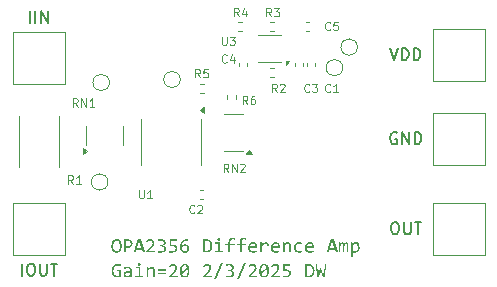
<source format=gto>
%TF.GenerationSoftware,KiCad,Pcbnew,8.0.1*%
%TF.CreationDate,2025-02-04T12:10:19-05:00*%
%TF.ProjectId,diff_amp_breakout,64696666-5f61-46d7-905f-627265616b6f,rev?*%
%TF.SameCoordinates,Original*%
%TF.FileFunction,Legend,Top*%
%TF.FilePolarity,Positive*%
%FSLAX46Y46*%
G04 Gerber Fmt 4.6, Leading zero omitted, Abs format (unit mm)*
G04 Created by KiCad (PCBNEW 8.0.1) date 2025-02-04 12:10:19*
%MOMM*%
%LPD*%
G01*
G04 APERTURE LIST*
%ADD10C,0.150000*%
%ADD11C,0.100000*%
%ADD12C,0.120000*%
G04 APERTURE END LIST*
D10*
G36*
X100378984Y-72504089D02*
G01*
X100444036Y-72517306D01*
X100502521Y-72539902D01*
X100558921Y-72574206D01*
X100607679Y-72618041D01*
X100635939Y-72652559D01*
X100669424Y-72706758D01*
X100694230Y-72762667D01*
X100713669Y-72824896D01*
X100715318Y-72831467D01*
X100728010Y-72892988D01*
X100736548Y-72958711D01*
X100740651Y-73020659D01*
X100741574Y-73069299D01*
X100739865Y-73133444D01*
X100733725Y-73201922D01*
X100723121Y-73265249D01*
X100705853Y-73330333D01*
X100683928Y-73389138D01*
X100654864Y-73447396D01*
X100620852Y-73498201D01*
X100609683Y-73511989D01*
X100565670Y-73556775D01*
X100512061Y-73595759D01*
X100468022Y-73618234D01*
X100406012Y-73639443D01*
X100341340Y-73650864D01*
X100296747Y-73653039D01*
X100231911Y-73649223D01*
X100166860Y-73636209D01*
X100108374Y-73613960D01*
X100052017Y-73579799D01*
X100003388Y-73535936D01*
X99975262Y-73501303D01*
X99942125Y-73446720D01*
X99917509Y-73390525D01*
X99898142Y-73328069D01*
X99896494Y-73321479D01*
X99884097Y-73259591D01*
X99875757Y-73193452D01*
X99871750Y-73131094D01*
X99870848Y-73082121D01*
X99871083Y-73073267D01*
X100029911Y-73073267D01*
X100031715Y-73139847D01*
X100037126Y-73202314D01*
X100045176Y-73255534D01*
X100060699Y-73318483D01*
X100083841Y-73377821D01*
X100093720Y-73396889D01*
X100131577Y-73449249D01*
X100179205Y-73488480D01*
X100236983Y-73512981D01*
X100300717Y-73521116D01*
X100305295Y-73521148D01*
X100368702Y-73513500D01*
X100426576Y-73488484D01*
X100429859Y-73486343D01*
X100477715Y-73445051D01*
X100514124Y-73395110D01*
X100516260Y-73391394D01*
X100542523Y-73335177D01*
X100560841Y-73276070D01*
X100566330Y-73251565D01*
X100576376Y-73189798D01*
X100581786Y-73124940D01*
X100582816Y-73079984D01*
X100581012Y-73013962D01*
X100575601Y-72951908D01*
X100567551Y-72898939D01*
X100552322Y-72835742D01*
X100529048Y-72776136D01*
X100519008Y-72756973D01*
X100483516Y-72707063D01*
X100436194Y-72666839D01*
X100432912Y-72664771D01*
X100374599Y-72640271D01*
X100309949Y-72632136D01*
X100305295Y-72632104D01*
X100242174Y-72639818D01*
X100184605Y-72665054D01*
X100181342Y-72667214D01*
X100134020Y-72708277D01*
X100097974Y-72758142D01*
X100095857Y-72761858D01*
X100069953Y-72818191D01*
X100051654Y-72877617D01*
X100046092Y-72902297D01*
X100036232Y-72963978D01*
X100030923Y-73028579D01*
X100029911Y-73073267D01*
X99871083Y-73073267D01*
X99872528Y-73018690D01*
X99878563Y-72950812D01*
X99888986Y-72887858D01*
X99905958Y-72822919D01*
X99927859Y-72764137D01*
X99956839Y-72705963D01*
X99994365Y-72650649D01*
X100001823Y-72641568D01*
X100045938Y-72596608D01*
X100099411Y-72557517D01*
X100143179Y-72535017D01*
X100205003Y-72513808D01*
X100269575Y-72502388D01*
X100314149Y-72500213D01*
X100378984Y-72504089D01*
G37*
G36*
X101296163Y-72522371D02*
G01*
X101360584Y-72531119D01*
X101394313Y-72538376D01*
X101453502Y-72557286D01*
X101510370Y-72586104D01*
X101528952Y-72598520D01*
X101575150Y-72639259D01*
X101612233Y-72689348D01*
X101621153Y-72705377D01*
X101643490Y-72763198D01*
X101654002Y-72824979D01*
X101655653Y-72864745D01*
X101649951Y-72929163D01*
X101634340Y-72988802D01*
X101629702Y-73001521D01*
X101601769Y-73058080D01*
X101562850Y-73109145D01*
X101549712Y-73122727D01*
X101500818Y-73162811D01*
X101446829Y-73193909D01*
X101411410Y-73209433D01*
X101349828Y-73228379D01*
X101287146Y-73238779D01*
X101225276Y-73242581D01*
X101210825Y-73242711D01*
X101071607Y-73242711D01*
X101071607Y-73633500D01*
X100918650Y-73633500D01*
X100918650Y-72646758D01*
X101071607Y-72646758D01*
X101071607Y-73110820D01*
X101214184Y-73110820D01*
X101278068Y-73107099D01*
X101340633Y-73094018D01*
X101398593Y-73068437D01*
X101423011Y-73051286D01*
X101464902Y-73003141D01*
X101489404Y-72940565D01*
X101496518Y-72878634D01*
X101496590Y-72871157D01*
X101489672Y-72808206D01*
X101466085Y-72750461D01*
X101425759Y-72704766D01*
X101370425Y-72671740D01*
X101308601Y-72653613D01*
X101243579Y-72646985D01*
X101227922Y-72646758D01*
X101071607Y-72646758D01*
X100918650Y-72646758D01*
X100918650Y-72519752D01*
X101234639Y-72519752D01*
X101296163Y-72522371D01*
G37*
G36*
X102702539Y-73633500D02*
G01*
X102535843Y-73633500D01*
X102457685Y-73399026D01*
X101990571Y-73399026D01*
X101911497Y-73633500D01*
X101752739Y-73633500D01*
X101876998Y-73262250D01*
X102034534Y-73262250D01*
X102414027Y-73262250D01*
X102224128Y-72660802D01*
X102034534Y-73262250D01*
X101876998Y-73262250D01*
X102125515Y-72519752D01*
X102334953Y-72519752D01*
X102702539Y-73633500D01*
G37*
G36*
X103570822Y-73633500D02*
G01*
X102831377Y-73633500D01*
X102831377Y-73500387D01*
X103121720Y-73212791D01*
X103167661Y-73166752D01*
X103210537Y-73121629D01*
X103237736Y-73091280D01*
X103277349Y-73042203D01*
X103307040Y-72997552D01*
X103333670Y-72941510D01*
X103340623Y-72917563D01*
X103348762Y-72855160D01*
X103349172Y-72836352D01*
X103342277Y-72774665D01*
X103337875Y-72758194D01*
X103310634Y-72701860D01*
X103303681Y-72692859D01*
X103254745Y-72653640D01*
X103243536Y-72648285D01*
X103183143Y-72633384D01*
X103155304Y-72632104D01*
X103091212Y-72639282D01*
X103032890Y-72660815D01*
X103025550Y-72664771D01*
X102972961Y-72699623D01*
X102924531Y-72742928D01*
X102918388Y-72749340D01*
X102835956Y-72649506D01*
X102881887Y-72606120D01*
X102932364Y-72569155D01*
X102982197Y-72541123D01*
X103042289Y-72517831D01*
X103102491Y-72505047D01*
X103168000Y-72500253D01*
X103174843Y-72500213D01*
X103237721Y-72504479D01*
X103299384Y-72518517D01*
X103311009Y-72522500D01*
X103368177Y-72549672D01*
X103416949Y-72586614D01*
X103456715Y-72633172D01*
X103486253Y-72689196D01*
X103503784Y-72749575D01*
X103510462Y-72812103D01*
X103510677Y-72826277D01*
X103506403Y-72888101D01*
X103493580Y-72945345D01*
X103470417Y-73003324D01*
X103441678Y-73054339D01*
X103405091Y-73106158D01*
X103363801Y-73156097D01*
X103354056Y-73166996D01*
X103311738Y-73212090D01*
X103268195Y-73256217D01*
X103229187Y-73294307D01*
X103025550Y-73491839D01*
X103570822Y-73491839D01*
X103570822Y-73633500D01*
G37*
G36*
X104510546Y-73299803D02*
G01*
X104504761Y-73362222D01*
X104487405Y-73421252D01*
X104480321Y-73437495D01*
X104448356Y-73490555D01*
X104404821Y-73537539D01*
X104390257Y-73549846D01*
X104336300Y-73585466D01*
X104277460Y-73612442D01*
X104239131Y-73625562D01*
X104179317Y-73640052D01*
X104113599Y-73649175D01*
X104049406Y-73652797D01*
X104026945Y-73653039D01*
X103963442Y-73651665D01*
X103906656Y-73647543D01*
X103845940Y-73639941D01*
X103807127Y-73633500D01*
X103807127Y-73501608D01*
X103869069Y-73510903D01*
X103919784Y-73516263D01*
X103983404Y-73520074D01*
X104040684Y-73521148D01*
X104105067Y-73518729D01*
X104169212Y-73509928D01*
X104184482Y-73506493D01*
X104244750Y-73485606D01*
X104281874Y-73463751D01*
X104325569Y-73417662D01*
X104336829Y-73396279D01*
X104352531Y-73336944D01*
X104354231Y-73306825D01*
X104342553Y-73245287D01*
X104333470Y-73227751D01*
X104291074Y-73181695D01*
X104275463Y-73171270D01*
X104217321Y-73145269D01*
X104186314Y-73137076D01*
X104124737Y-73127695D01*
X104072436Y-73125474D01*
X103944513Y-73125474D01*
X103944513Y-73003353D01*
X104074267Y-73003353D01*
X104136841Y-72997568D01*
X104166469Y-72989920D01*
X104222340Y-72963244D01*
X104237910Y-72951451D01*
X104276964Y-72903111D01*
X104283400Y-72889780D01*
X104298284Y-72828872D01*
X104299276Y-72806127D01*
X104291548Y-72744847D01*
X104260153Y-72687808D01*
X104244322Y-72673625D01*
X104186360Y-72645241D01*
X104120959Y-72633564D01*
X104082816Y-72632104D01*
X104021533Y-72634861D01*
X103965885Y-72641874D01*
X103903832Y-72654086D01*
X103841637Y-72669971D01*
X103837352Y-72671183D01*
X103837352Y-72539292D01*
X103897272Y-72523265D01*
X103899329Y-72522805D01*
X103959394Y-72511530D01*
X103965579Y-72510593D01*
X104027135Y-72503312D01*
X104031220Y-72502960D01*
X104092221Y-72500215D01*
X104094112Y-72500213D01*
X104157968Y-72502960D01*
X104220363Y-72512139D01*
X104251038Y-72519752D01*
X104309902Y-72541760D01*
X104364611Y-72575623D01*
X104408736Y-72621422D01*
X104433304Y-72663855D01*
X104451409Y-72722706D01*
X104456508Y-72780787D01*
X104450663Y-72843854D01*
X104430957Y-72904261D01*
X104407048Y-72943819D01*
X104364845Y-72989314D01*
X104312423Y-73027338D01*
X104271799Y-73048538D01*
X104331252Y-73064267D01*
X104357894Y-73075710D01*
X104410181Y-73107554D01*
X104434526Y-73128222D01*
X104475062Y-73177508D01*
X104489480Y-73203632D01*
X104508057Y-73264609D01*
X104510546Y-73299803D01*
G37*
G36*
X105464620Y-73283011D02*
G01*
X105458674Y-73347619D01*
X105440837Y-73407490D01*
X105428594Y-73433526D01*
X105394839Y-73485471D01*
X105352114Y-73531168D01*
X105329370Y-73550152D01*
X105274441Y-73586066D01*
X105216939Y-73612957D01*
X105180382Y-73625867D01*
X105119778Y-73641337D01*
X105055927Y-73650385D01*
X104995063Y-73653039D01*
X104941330Y-73651818D01*
X104884238Y-73648459D01*
X104828673Y-73644185D01*
X104780435Y-73638384D01*
X104780435Y-73501608D01*
X104843570Y-73512175D01*
X104886375Y-73516568D01*
X104950061Y-73520142D01*
X105006970Y-73521148D01*
X105068351Y-73517659D01*
X105130618Y-73505272D01*
X105190064Y-73481321D01*
X105224041Y-73459476D01*
X105267042Y-73414816D01*
X105283270Y-73387120D01*
X105301577Y-73326950D01*
X105304030Y-73291865D01*
X105295156Y-73227978D01*
X105265231Y-73173424D01*
X105228926Y-73142877D01*
X105169535Y-73116282D01*
X105109404Y-73102734D01*
X105047237Y-73096895D01*
X105013076Y-73096165D01*
X104799974Y-73096165D01*
X104799974Y-72519752D01*
X105404475Y-72519752D01*
X105404475Y-72651643D01*
X104941024Y-72651643D01*
X104941024Y-72969159D01*
X105038721Y-72969159D01*
X105103701Y-72971527D01*
X105167170Y-72978632D01*
X105195953Y-72983508D01*
X105255196Y-72998795D01*
X105312798Y-73023372D01*
X105331813Y-73034189D01*
X105382747Y-73073397D01*
X105423350Y-73123472D01*
X105427983Y-73130970D01*
X105453028Y-73189824D01*
X105463725Y-73255149D01*
X105464620Y-73283011D01*
G37*
G36*
X106380225Y-72651643D02*
G01*
X106259936Y-72651643D01*
X106194018Y-72654457D01*
X106129268Y-72663945D01*
X106085607Y-72675457D01*
X106025726Y-72700034D01*
X105971554Y-72734667D01*
X105961959Y-72742624D01*
X105917996Y-72790480D01*
X105887316Y-72843525D01*
X105885633Y-72847343D01*
X105865025Y-72907807D01*
X105853538Y-72970051D01*
X105852050Y-72984119D01*
X105848692Y-73027777D01*
X105903043Y-72997661D01*
X105960428Y-72975121D01*
X105973561Y-72970991D01*
X106037758Y-72956382D01*
X106101347Y-72950141D01*
X106126823Y-72949620D01*
X106192505Y-72953701D01*
X106255350Y-72967225D01*
X106275811Y-72974349D01*
X106331155Y-73001826D01*
X106379689Y-73040600D01*
X106382362Y-73043348D01*
X106421507Y-73095057D01*
X106446171Y-73148983D01*
X106461730Y-73209197D01*
X106467657Y-73270238D01*
X106467847Y-73283927D01*
X106463212Y-73344876D01*
X106447851Y-73407019D01*
X106439759Y-73428336D01*
X106410892Y-73484043D01*
X106372908Y-73533088D01*
X106360381Y-73545877D01*
X106311410Y-73585389D01*
X106254259Y-73616837D01*
X106236427Y-73624340D01*
X106174819Y-73642922D01*
X106113389Y-73651666D01*
X106075532Y-73653039D01*
X106014249Y-73649576D01*
X105953155Y-73637898D01*
X105911279Y-73623730D01*
X105857260Y-73594478D01*
X105810800Y-73554847D01*
X105791905Y-73533055D01*
X105756739Y-73477954D01*
X105730986Y-73417791D01*
X105718938Y-73378571D01*
X105705897Y-73316872D01*
X105698290Y-73255684D01*
X105694595Y-73189135D01*
X105694208Y-73157837D01*
X105694282Y-73154784D01*
X105848692Y-73154784D01*
X105850182Y-73218683D01*
X105855266Y-73280982D01*
X105863957Y-73334913D01*
X105881841Y-73396441D01*
X105910058Y-73450928D01*
X105953707Y-73495340D01*
X105985162Y-73512599D01*
X106046509Y-73528342D01*
X106088355Y-73530918D01*
X106151626Y-73523558D01*
X106177809Y-73515347D01*
X106230782Y-73484955D01*
X106248334Y-73468941D01*
X106284281Y-73417833D01*
X106294740Y-73394142D01*
X106309171Y-73334417D01*
X106311532Y-73294002D01*
X106306141Y-73231291D01*
X106299015Y-73201800D01*
X106270989Y-73144936D01*
X106259936Y-73131886D01*
X106209675Y-73095057D01*
X106192464Y-73087617D01*
X106132200Y-73073617D01*
X106095072Y-73071741D01*
X106033319Y-73077644D01*
X106029126Y-73078458D01*
X105969259Y-73094341D01*
X105963181Y-73096471D01*
X105905489Y-73121175D01*
X105901815Y-73123032D01*
X105848692Y-73154784D01*
X105694282Y-73154784D01*
X105695754Y-73094453D01*
X105700391Y-73032529D01*
X105705199Y-72992057D01*
X105716745Y-72928181D01*
X105733028Y-72867531D01*
X105742141Y-72840626D01*
X105768062Y-72780720D01*
X105800411Y-72725489D01*
X105810834Y-72710567D01*
X105852475Y-72662014D01*
X105902063Y-72620006D01*
X105917690Y-72609206D01*
X105973511Y-72577850D01*
X106031657Y-72554451D01*
X106068510Y-72543260D01*
X106131368Y-72529876D01*
X106194146Y-72522530D01*
X106255234Y-72519844D01*
X106269400Y-72519752D01*
X106380225Y-72519752D01*
X106380225Y-72651643D01*
G37*
G36*
X107957242Y-72521851D02*
G01*
X108030900Y-72530378D01*
X108098028Y-72545464D01*
X108158626Y-72567110D01*
X108222726Y-72601743D01*
X108277423Y-72645821D01*
X108285625Y-72654086D01*
X108329617Y-72709348D01*
X108359325Y-72763041D01*
X108382711Y-72823682D01*
X108399777Y-72891269D01*
X108410523Y-72965803D01*
X108414568Y-73030432D01*
X108415073Y-73064414D01*
X108413008Y-73128297D01*
X108406810Y-73189963D01*
X108402556Y-73217676D01*
X108388740Y-73279861D01*
X108369197Y-73338190D01*
X108362561Y-73354147D01*
X108333179Y-73410626D01*
X108296551Y-73462142D01*
X108291120Y-73468636D01*
X108245830Y-73513720D01*
X108195691Y-73549867D01*
X108183959Y-73556868D01*
X108128936Y-73583915D01*
X108067061Y-73605519D01*
X108036192Y-73613655D01*
X107975692Y-73624953D01*
X107909637Y-73631562D01*
X107844766Y-73633500D01*
X107604493Y-73633500D01*
X107604493Y-72646758D01*
X107757144Y-72646758D01*
X107757144Y-73501608D01*
X107871328Y-73501608D01*
X107939802Y-73497854D01*
X108001541Y-73486592D01*
X108073383Y-73459897D01*
X108133251Y-73419855D01*
X108181145Y-73366465D01*
X108217066Y-73299728D01*
X108236149Y-73240915D01*
X108248497Y-73174595D01*
X108254110Y-73100767D01*
X108254484Y-73074489D01*
X108252697Y-73010754D01*
X108246519Y-72946736D01*
X108234627Y-72884580D01*
X108231891Y-72874210D01*
X108209954Y-72812970D01*
X108177763Y-72758740D01*
X108164114Y-72742318D01*
X108116369Y-72701196D01*
X108058426Y-72672283D01*
X108049930Y-72669351D01*
X107990187Y-72654723D01*
X107928062Y-72647839D01*
X107888730Y-72646758D01*
X107757144Y-72646758D01*
X107604493Y-72646758D01*
X107604493Y-72519752D01*
X107893615Y-72519752D01*
X107957242Y-72521851D01*
G37*
G36*
X108902949Y-72895886D02*
G01*
X108648020Y-72895886D01*
X108648020Y-72773765D01*
X109054074Y-72773765D01*
X109054074Y-73506493D01*
X109310834Y-73506493D01*
X109310834Y-73633500D01*
X108619627Y-73633500D01*
X108619627Y-73506493D01*
X108902949Y-73506493D01*
X108902949Y-72895886D01*
G37*
G36*
X108955155Y-72422055D02*
G01*
X109001562Y-72431214D01*
X109039114Y-72456249D01*
X109063844Y-72493496D01*
X109073003Y-72539292D01*
X109063844Y-72584782D01*
X109039114Y-72622334D01*
X109001562Y-72647674D01*
X108955155Y-72656528D01*
X108908749Y-72647674D01*
X108871502Y-72622334D01*
X108846467Y-72584782D01*
X108837614Y-72539292D01*
X108846467Y-72493496D01*
X108871502Y-72456249D01*
X108908749Y-72431214D01*
X108955155Y-72422055D01*
G37*
G36*
X110335433Y-72554557D02*
G01*
X110271875Y-72542455D01*
X110207261Y-72533654D01*
X110143485Y-72529620D01*
X110132711Y-72529522D01*
X110064129Y-72536735D01*
X110002050Y-72563382D01*
X109959285Y-72609664D01*
X109935833Y-72675581D01*
X109930906Y-72734686D01*
X109930906Y-72881232D01*
X110308871Y-72881232D01*
X110308871Y-73008238D01*
X109930906Y-73008238D01*
X109930906Y-73633500D01*
X109778864Y-73633500D01*
X109778864Y-73008238D01*
X109501649Y-73008238D01*
X109501649Y-72881232D01*
X109778864Y-72881232D01*
X109778864Y-72743540D01*
X109784474Y-72663612D01*
X109801304Y-72594342D01*
X109829354Y-72535728D01*
X109868624Y-72487772D01*
X109919113Y-72450472D01*
X109980823Y-72423830D01*
X110053752Y-72407844D01*
X110115812Y-72402849D01*
X110137901Y-72402516D01*
X110201602Y-72405005D01*
X110263330Y-72411588D01*
X110328696Y-72422285D01*
X110335433Y-72423581D01*
X110335433Y-72554557D01*
G37*
G36*
X111296528Y-72554557D02*
G01*
X111232971Y-72542455D01*
X111168356Y-72533654D01*
X111104581Y-72529620D01*
X111093807Y-72529522D01*
X111025225Y-72536735D01*
X110963146Y-72563382D01*
X110920380Y-72609664D01*
X110896928Y-72675581D01*
X110892001Y-72734686D01*
X110892001Y-72881232D01*
X111269967Y-72881232D01*
X111269967Y-73008238D01*
X110892001Y-73008238D01*
X110892001Y-73633500D01*
X110739960Y-73633500D01*
X110739960Y-73008238D01*
X110462744Y-73008238D01*
X110462744Y-72881232D01*
X110739960Y-72881232D01*
X110739960Y-72743540D01*
X110745570Y-72663612D01*
X110762400Y-72594342D01*
X110790450Y-72535728D01*
X110829719Y-72487772D01*
X110880209Y-72450472D01*
X110941918Y-72423830D01*
X111014848Y-72407844D01*
X111076908Y-72402849D01*
X111098997Y-72402516D01*
X111162697Y-72405005D01*
X111224426Y-72411588D01*
X111289792Y-72422285D01*
X111296528Y-72423581D01*
X111296528Y-72554557D01*
G37*
G36*
X111911968Y-72758175D02*
G01*
X111975537Y-72771369D01*
X112006970Y-72782313D01*
X112063670Y-72811123D01*
X112111956Y-72848931D01*
X112124206Y-72861387D01*
X112161439Y-72910532D01*
X112189789Y-72968210D01*
X112196258Y-72986256D01*
X112212072Y-73048662D01*
X112219514Y-73111366D01*
X112220682Y-73150204D01*
X112219766Y-73203021D01*
X112217324Y-73242711D01*
X111611907Y-73242711D01*
X111616525Y-73307130D01*
X111632759Y-73370113D01*
X111664506Y-73428312D01*
X111685790Y-73452760D01*
X111738318Y-73491400D01*
X111796453Y-73513940D01*
X111856764Y-73524244D01*
X111898587Y-73526033D01*
X111960106Y-73524017D01*
X111974302Y-73522980D01*
X112036231Y-73515791D01*
X112047270Y-73514126D01*
X112108399Y-73503162D01*
X112114437Y-73501914D01*
X112174276Y-73486954D01*
X112174276Y-73609075D01*
X112113543Y-73625783D01*
X112050565Y-73638473D01*
X112036279Y-73640827D01*
X111973059Y-73648734D01*
X111907924Y-73652610D01*
X111877216Y-73653039D01*
X111810961Y-73650087D01*
X111745038Y-73640022D01*
X111686401Y-73622814D01*
X111630631Y-73596324D01*
X111579224Y-73559003D01*
X111555426Y-73535192D01*
X111518384Y-73484076D01*
X111490109Y-73424495D01*
X111480016Y-73394142D01*
X111466110Y-73334242D01*
X111457977Y-73269148D01*
X111455592Y-73205464D01*
X111458694Y-73143686D01*
X111461640Y-73125474D01*
X111611907Y-73125474D01*
X112065283Y-73125474D01*
X112062479Y-73062210D01*
X112053987Y-73022892D01*
X112028025Y-72965014D01*
X112011549Y-72942903D01*
X111962882Y-72902197D01*
X111939803Y-72890391D01*
X111880889Y-72874124D01*
X111840274Y-72871462D01*
X111779710Y-72879482D01*
X111750820Y-72890085D01*
X111698567Y-72924304D01*
X111681211Y-72941987D01*
X111646526Y-72994238D01*
X111634194Y-73022282D01*
X111617647Y-73081343D01*
X111611907Y-73125474D01*
X111461640Y-73125474D01*
X111469156Y-73079007D01*
X111481848Y-73032357D01*
X111504889Y-72973824D01*
X111537408Y-72916810D01*
X111558174Y-72888864D01*
X111602832Y-72842741D01*
X111654948Y-72805082D01*
X111681516Y-72790556D01*
X111739033Y-72768417D01*
X111802130Y-72756496D01*
X111847296Y-72754225D01*
X111911968Y-72758175D01*
G37*
G36*
X112488739Y-72773765D02*
G01*
X112625515Y-72773765D01*
X112629789Y-72934354D01*
X112672553Y-72885099D01*
X112719673Y-72840115D01*
X112771022Y-72802478D01*
X112780304Y-72796968D01*
X112836160Y-72770922D01*
X112897155Y-72756271D01*
X112930208Y-72754225D01*
X112993158Y-72759759D01*
X113054260Y-72779213D01*
X113110085Y-72817257D01*
X113133235Y-72842763D01*
X113166326Y-72899376D01*
X113185846Y-72961133D01*
X113195288Y-73023999D01*
X113197600Y-73095104D01*
X113197348Y-73105935D01*
X113046223Y-73105935D01*
X113044578Y-73044618D01*
X113034369Y-72983647D01*
X113012945Y-72934660D01*
X112965924Y-72892971D01*
X112908837Y-72881232D01*
X112848081Y-72892528D01*
X112793551Y-72922581D01*
X112785494Y-72928554D01*
X112739395Y-72968919D01*
X112717106Y-72991751D01*
X112674935Y-73040245D01*
X112639864Y-73085174D01*
X112639864Y-73633500D01*
X112488739Y-73633500D01*
X112488739Y-72773765D01*
G37*
G36*
X113834159Y-72758175D02*
G01*
X113897728Y-72771369D01*
X113929161Y-72782313D01*
X113985862Y-72811123D01*
X114034147Y-72848931D01*
X114046398Y-72861387D01*
X114083630Y-72910532D01*
X114111981Y-72968210D01*
X114118449Y-72986256D01*
X114134263Y-73048662D01*
X114141705Y-73111366D01*
X114142874Y-73150204D01*
X114141958Y-73203021D01*
X114139515Y-73242711D01*
X113534098Y-73242711D01*
X113538716Y-73307130D01*
X113554950Y-73370113D01*
X113586697Y-73428312D01*
X113607982Y-73452760D01*
X113660509Y-73491400D01*
X113718644Y-73513940D01*
X113778956Y-73524244D01*
X113820778Y-73526033D01*
X113882297Y-73524017D01*
X113896494Y-73522980D01*
X113958422Y-73515791D01*
X113969461Y-73514126D01*
X114030590Y-73503162D01*
X114036628Y-73501914D01*
X114096467Y-73486954D01*
X114096467Y-73609075D01*
X114035735Y-73625783D01*
X113972756Y-73638473D01*
X113958470Y-73640827D01*
X113895250Y-73648734D01*
X113830115Y-73652610D01*
X113799407Y-73653039D01*
X113733153Y-73650087D01*
X113667229Y-73640022D01*
X113608592Y-73622814D01*
X113552822Y-73596324D01*
X113501416Y-73559003D01*
X113477617Y-73535192D01*
X113440575Y-73484076D01*
X113412300Y-73424495D01*
X113402207Y-73394142D01*
X113388301Y-73334242D01*
X113380168Y-73269148D01*
X113377783Y-73205464D01*
X113380885Y-73143686D01*
X113383831Y-73125474D01*
X113534098Y-73125474D01*
X113987474Y-73125474D01*
X113984670Y-73062210D01*
X113976178Y-73022892D01*
X113950216Y-72965014D01*
X113933741Y-72942903D01*
X113885074Y-72902197D01*
X113861994Y-72890391D01*
X113803080Y-72874124D01*
X113762465Y-72871462D01*
X113701902Y-72879482D01*
X113673011Y-72890085D01*
X113620758Y-72924304D01*
X113603402Y-72941987D01*
X113568717Y-72994238D01*
X113556385Y-73022282D01*
X113539838Y-73081343D01*
X113534098Y-73125474D01*
X113383831Y-73125474D01*
X113391347Y-73079007D01*
X113404039Y-73032357D01*
X113427080Y-72973824D01*
X113459599Y-72916810D01*
X113480365Y-72888864D01*
X113525023Y-72842741D01*
X113577139Y-72805082D01*
X113603707Y-72790556D01*
X113661224Y-72768417D01*
X113724321Y-72756496D01*
X113769487Y-72754225D01*
X113834159Y-72758175D01*
G37*
G36*
X114375820Y-72773765D02*
G01*
X114508933Y-72773765D01*
X114515039Y-72912372D01*
X114556512Y-72865779D01*
X114587701Y-72836352D01*
X114637822Y-72799054D01*
X114657005Y-72787809D01*
X114715061Y-72764423D01*
X114726003Y-72761858D01*
X114787505Y-72754412D01*
X114799276Y-72754225D01*
X114861768Y-72759148D01*
X114922355Y-72776456D01*
X114977608Y-72810302D01*
X115000471Y-72832994D01*
X115036535Y-72889976D01*
X115057573Y-72954515D01*
X115067190Y-73022426D01*
X115068859Y-73069909D01*
X115068859Y-73633500D01*
X114919260Y-73633500D01*
X114919260Y-73080595D01*
X114914787Y-73016803D01*
X114897966Y-72957691D01*
X114881403Y-72930080D01*
X114830991Y-72891965D01*
X114769051Y-72881232D01*
X114715318Y-72889475D01*
X114660974Y-72917868D01*
X114613628Y-72958297D01*
X114599302Y-72972823D01*
X114557241Y-73019818D01*
X114525114Y-73058918D01*
X114525114Y-73633500D01*
X114375820Y-73633500D01*
X114375820Y-72773765D01*
G37*
G36*
X116006752Y-73609075D02*
G01*
X115947599Y-73628462D01*
X115886767Y-73642048D01*
X115824486Y-73650291D01*
X115760372Y-73653039D01*
X115698745Y-73650296D01*
X115630853Y-73639763D01*
X115569573Y-73621330D01*
X115506436Y-73589841D01*
X115452298Y-73547599D01*
X115445299Y-73540687D01*
X115402354Y-73486581D01*
X115373939Y-73432320D01*
X115353274Y-73370783D01*
X115340358Y-73301968D01*
X115335514Y-73239063D01*
X115335084Y-73212486D01*
X115338185Y-73149517D01*
X115348758Y-73084659D01*
X115366836Y-73024419D01*
X115394442Y-72964427D01*
X115429175Y-72911304D01*
X115456289Y-72879705D01*
X115502514Y-72838460D01*
X115555093Y-72804944D01*
X115593676Y-72786893D01*
X115655944Y-72766986D01*
X115717020Y-72756809D01*
X115769836Y-72754225D01*
X115834561Y-72756820D01*
X115895011Y-72764606D01*
X115955590Y-72779102D01*
X116006752Y-72798189D01*
X116006752Y-72939850D01*
X115950347Y-72913441D01*
X115892874Y-72895275D01*
X115830206Y-72884317D01*
X115773195Y-72881232D01*
X115710405Y-72888380D01*
X115664506Y-72903824D01*
X115611012Y-72935176D01*
X115574747Y-72968243D01*
X115538355Y-73018026D01*
X115513687Y-73070825D01*
X115497689Y-73130985D01*
X115491595Y-73193429D01*
X115491399Y-73207601D01*
X115495037Y-73273616D01*
X115508103Y-73339652D01*
X115534161Y-73401946D01*
X115567420Y-73446654D01*
X115620687Y-73488514D01*
X115678467Y-73512932D01*
X115745569Y-73524792D01*
X115778385Y-73526033D01*
X115841903Y-73521897D01*
X115896232Y-73511378D01*
X115955858Y-73491672D01*
X116006752Y-73467414D01*
X116006752Y-73609075D01*
G37*
G36*
X116717446Y-72758175D02*
G01*
X116781015Y-72771369D01*
X116812448Y-72782313D01*
X116869148Y-72811123D01*
X116917434Y-72848931D01*
X116929684Y-72861387D01*
X116966917Y-72910532D01*
X116995267Y-72968210D01*
X117001736Y-72986256D01*
X117017550Y-73048662D01*
X117024992Y-73111366D01*
X117026160Y-73150204D01*
X117025244Y-73203021D01*
X117022802Y-73242711D01*
X116417385Y-73242711D01*
X116422003Y-73307130D01*
X116438237Y-73370113D01*
X116469984Y-73428312D01*
X116491269Y-73452760D01*
X116543796Y-73491400D01*
X116601931Y-73513940D01*
X116662242Y-73524244D01*
X116704065Y-73526033D01*
X116765584Y-73524017D01*
X116779780Y-73522980D01*
X116841709Y-73515791D01*
X116852748Y-73514126D01*
X116913877Y-73503162D01*
X116919915Y-73501914D01*
X116979754Y-73486954D01*
X116979754Y-73609075D01*
X116919021Y-73625783D01*
X116856043Y-73638473D01*
X116841757Y-73640827D01*
X116778537Y-73648734D01*
X116713402Y-73652610D01*
X116682694Y-73653039D01*
X116616439Y-73650087D01*
X116550516Y-73640022D01*
X116491879Y-73622814D01*
X116436109Y-73596324D01*
X116384702Y-73559003D01*
X116360904Y-73535192D01*
X116323862Y-73484076D01*
X116295587Y-73424495D01*
X116285494Y-73394142D01*
X116271588Y-73334242D01*
X116263455Y-73269148D01*
X116261070Y-73205464D01*
X116264172Y-73143686D01*
X116267118Y-73125474D01*
X116417385Y-73125474D01*
X116870761Y-73125474D01*
X116867957Y-73062210D01*
X116859465Y-73022892D01*
X116833503Y-72965014D01*
X116817027Y-72942903D01*
X116768360Y-72902197D01*
X116745281Y-72890391D01*
X116686367Y-72874124D01*
X116645752Y-72871462D01*
X116585188Y-72879482D01*
X116556298Y-72890085D01*
X116504045Y-72924304D01*
X116486689Y-72941987D01*
X116452004Y-72994238D01*
X116439672Y-73022282D01*
X116423125Y-73081343D01*
X116417385Y-73125474D01*
X116267118Y-73125474D01*
X116274634Y-73079007D01*
X116287326Y-73032357D01*
X116310367Y-72973824D01*
X116342886Y-72916810D01*
X116363652Y-72888864D01*
X116408310Y-72842741D01*
X116460426Y-72805082D01*
X116486994Y-72790556D01*
X116544511Y-72768417D01*
X116607608Y-72756496D01*
X116652774Y-72754225D01*
X116717446Y-72758175D01*
G37*
G36*
X119041164Y-73633500D02*
G01*
X118874468Y-73633500D01*
X118796310Y-73399026D01*
X118329196Y-73399026D01*
X118250122Y-73633500D01*
X118091364Y-73633500D01*
X118215623Y-73262250D01*
X118373160Y-73262250D01*
X118752652Y-73262250D01*
X118562753Y-72660802D01*
X118373160Y-73262250D01*
X118215623Y-73262250D01*
X118464140Y-72519752D01*
X118673578Y-72519752D01*
X119041164Y-73633500D01*
G37*
G36*
X119796180Y-73633500D02*
G01*
X119796180Y-73014954D01*
X119793496Y-72952272D01*
X119793127Y-72949009D01*
X119783662Y-72908404D01*
X119767176Y-72887338D01*
X119742751Y-72881232D01*
X119711000Y-72891612D01*
X119679859Y-72924890D01*
X119647902Y-72976949D01*
X119642917Y-72986256D01*
X119614867Y-73040877D01*
X119595290Y-73080289D01*
X119595290Y-73633500D01*
X119458514Y-73633500D01*
X119458514Y-73031441D01*
X119456650Y-72968681D01*
X119455461Y-72955115D01*
X119446302Y-72909625D01*
X119429510Y-72887338D01*
X119404475Y-72881232D01*
X119375471Y-72889780D01*
X119344941Y-72920616D01*
X119311246Y-72974551D01*
X119307389Y-72981676D01*
X119278719Y-73038229D01*
X119258540Y-73080289D01*
X119258540Y-73633500D01*
X119121153Y-73633500D01*
X119121153Y-72773765D01*
X119235337Y-72773765D01*
X119242359Y-72937407D01*
X119269741Y-72880783D01*
X119285712Y-72852533D01*
X119322130Y-72803066D01*
X119329065Y-72796052D01*
X119376692Y-72764300D01*
X119432868Y-72754225D01*
X119494082Y-72765827D01*
X119538503Y-72800631D01*
X119565523Y-72859708D01*
X119573966Y-72920644D01*
X119574529Y-72944124D01*
X119601252Y-72888757D01*
X119614829Y-72863219D01*
X119650273Y-72811497D01*
X119657266Y-72803684D01*
X119707642Y-72767048D01*
X119768901Y-72754238D01*
X119771145Y-72754225D01*
X119834432Y-72766205D01*
X119887726Y-72809234D01*
X119917705Y-72872554D01*
X119929601Y-72932452D01*
X119933566Y-73004574D01*
X119933566Y-73633500D01*
X119796180Y-73633500D01*
G37*
G36*
X120641399Y-72760244D02*
G01*
X120699319Y-72780052D01*
X120709953Y-72785672D01*
X120761244Y-72823300D01*
X120801011Y-72870361D01*
X120803376Y-72873904D01*
X120832878Y-72928150D01*
X120853785Y-72986685D01*
X120860162Y-73011291D01*
X120871697Y-73074131D01*
X120877594Y-73136336D01*
X120879091Y-73190504D01*
X120876531Y-73253764D01*
X120867682Y-73318557D01*
X120850648Y-73383149D01*
X120846729Y-73394142D01*
X120821768Y-73450289D01*
X120787872Y-73503641D01*
X120757886Y-73538245D01*
X120708568Y-73580144D01*
X120652399Y-73612570D01*
X120624163Y-73624340D01*
X120564385Y-73641829D01*
X120500916Y-73651245D01*
X120456551Y-73653039D01*
X120394899Y-73649433D01*
X120374424Y-73646628D01*
X120312658Y-73632030D01*
X120291687Y-73624951D01*
X120291687Y-73985209D01*
X120142394Y-73985209D01*
X120142394Y-73493365D01*
X120291687Y-73493365D01*
X120350379Y-73513830D01*
X120378393Y-73520842D01*
X120440352Y-73529934D01*
X120467847Y-73530918D01*
X120531872Y-73524349D01*
X120593266Y-73501642D01*
X120644405Y-73462716D01*
X120657746Y-73447875D01*
X120690952Y-73394498D01*
X120711346Y-73335861D01*
X120723152Y-73266690D01*
X120726439Y-73197526D01*
X120724226Y-73135608D01*
X120716364Y-73071436D01*
X120701606Y-73012080D01*
X120684918Y-72973128D01*
X120647888Y-72923624D01*
X120629964Y-72909319D01*
X120572662Y-72887567D01*
X120550279Y-72886116D01*
X120492577Y-72895275D01*
X120436048Y-72923182D01*
X120432127Y-72925806D01*
X120383355Y-72965591D01*
X120366181Y-72982287D01*
X120323129Y-73030007D01*
X120291687Y-73069604D01*
X120291687Y-73493365D01*
X120142394Y-73493365D01*
X120142394Y-72773765D01*
X120275506Y-72773765D01*
X120284971Y-72917563D01*
X120326067Y-72866359D01*
X120373202Y-72822225D01*
X120422357Y-72790862D01*
X120483608Y-72767141D01*
X120548790Y-72755513D01*
X120580199Y-72754225D01*
X120641399Y-72760244D01*
G37*
G36*
X100685703Y-74815146D02*
G01*
X100630238Y-74785769D01*
X100573371Y-74762820D01*
X100556865Y-74757444D01*
X100496825Y-74743461D01*
X100432110Y-74737308D01*
X100412762Y-74736989D01*
X100348648Y-74741454D01*
X100285393Y-74756368D01*
X100254004Y-74768740D01*
X100197303Y-74801548D01*
X100149018Y-74844408D01*
X100136767Y-74858500D01*
X100101748Y-74909313D01*
X100074086Y-74967987D01*
X100063800Y-74997718D01*
X100048358Y-75061073D01*
X100040464Y-75123448D01*
X100038460Y-75177542D01*
X100040457Y-75239759D01*
X100047269Y-75303377D01*
X100058915Y-75361945D01*
X100079562Y-75423898D01*
X100110250Y-75481600D01*
X100123334Y-75499942D01*
X100166419Y-75544279D01*
X100218737Y-75578448D01*
X100235381Y-75586343D01*
X100295380Y-75605715D01*
X100358635Y-75614831D01*
X100399023Y-75616263D01*
X100434133Y-75614736D01*
X100471991Y-75610157D01*
X100508322Y-75602830D01*
X100539768Y-75593670D01*
X100539768Y-75245014D01*
X100310485Y-75245014D01*
X100310485Y-75118008D01*
X100690893Y-75118008D01*
X100690893Y-75685872D01*
X100633612Y-75709105D01*
X100616705Y-75714876D01*
X100557056Y-75731420D01*
X100536715Y-75735942D01*
X100475807Y-75746360D01*
X100455504Y-75748765D01*
X100394213Y-75752834D01*
X100377652Y-75753039D01*
X100314696Y-75750189D01*
X100248936Y-75740338D01*
X100187589Y-75723451D01*
X100170046Y-75717013D01*
X100109868Y-75688133D01*
X100056111Y-75651027D01*
X100012814Y-75610157D01*
X99971852Y-75557348D01*
X99940749Y-75502203D01*
X99915490Y-75440260D01*
X99913285Y-75433691D01*
X99896608Y-75371639D01*
X99885389Y-75304323D01*
X99879999Y-75240066D01*
X99878786Y-75189143D01*
X99881190Y-75121805D01*
X99888403Y-75058092D01*
X99900424Y-74998004D01*
X99917254Y-74941542D01*
X99941528Y-74882546D01*
X99970728Y-74828864D01*
X100008950Y-74775447D01*
X100025942Y-74755918D01*
X100072412Y-74711953D01*
X100124427Y-74675084D01*
X100181987Y-74645311D01*
X100194165Y-74640207D01*
X100257575Y-74619116D01*
X100318009Y-74606813D01*
X100381630Y-74600838D01*
X100410930Y-74600213D01*
X100475720Y-74603135D01*
X100537588Y-74611900D01*
X100554728Y-74615478D01*
X100617567Y-74633528D01*
X100673917Y-74657637D01*
X100685703Y-74663716D01*
X100685703Y-74815146D01*
G37*
G36*
X101336989Y-74857556D02*
G01*
X101400454Y-74868518D01*
X101412326Y-74871628D01*
X101470333Y-74893304D01*
X101518571Y-74924140D01*
X101560968Y-74969434D01*
X101585128Y-75012678D01*
X101603232Y-75074549D01*
X101608331Y-75138158D01*
X101608331Y-75733500D01*
X101474302Y-75733500D01*
X101470944Y-75618095D01*
X101422205Y-75662521D01*
X101368460Y-75700288D01*
X101327757Y-75721287D01*
X101267707Y-75741845D01*
X101205138Y-75751923D01*
X101175410Y-75753039D01*
X101110840Y-75748880D01*
X101049015Y-75734110D01*
X100993477Y-75706681D01*
X100962919Y-75682209D01*
X100924836Y-75631112D01*
X100913154Y-75604356D01*
X100899155Y-75542296D01*
X100897279Y-75507270D01*
X100897998Y-75499942D01*
X101055426Y-75499942D01*
X101063058Y-75547570D01*
X101087788Y-75587870D01*
X101132668Y-75615958D01*
X101194653Y-75625993D01*
X101199529Y-75626033D01*
X101262308Y-75616179D01*
X101317682Y-75594892D01*
X101372968Y-75563346D01*
X101426148Y-75523582D01*
X101458121Y-75495668D01*
X101458121Y-75342711D01*
X101268222Y-75342711D01*
X101204466Y-75347124D01*
X101172052Y-75354007D01*
X101116037Y-75378317D01*
X101105801Y-75385759D01*
X101067638Y-75435218D01*
X101055474Y-75495468D01*
X101055426Y-75499942D01*
X100897998Y-75499942D01*
X100903308Y-75445789D01*
X100924507Y-75385108D01*
X100960968Y-75333411D01*
X100993755Y-75303937D01*
X101047908Y-75271747D01*
X101113586Y-75248754D01*
X101180509Y-75236179D01*
X101244895Y-75231006D01*
X101279519Y-75230359D01*
X101458121Y-75230359D01*
X101458121Y-75153117D01*
X101448713Y-75090748D01*
X101417752Y-75037283D01*
X101408967Y-75028248D01*
X101356349Y-74996108D01*
X101295527Y-74982884D01*
X101259674Y-74981232D01*
X101196236Y-74984153D01*
X101133617Y-74992919D01*
X101115876Y-74996497D01*
X101052964Y-75012308D01*
X100992872Y-75031385D01*
X100969330Y-75039850D01*
X100969330Y-74903074D01*
X101028203Y-74886169D01*
X101032528Y-74885061D01*
X101093869Y-74871642D01*
X101105801Y-74869490D01*
X101168434Y-74860382D01*
X101186706Y-74858500D01*
X101250248Y-74854492D01*
X101271581Y-74854225D01*
X101336989Y-74857556D01*
G37*
G36*
X102175279Y-74995886D02*
G01*
X101920351Y-74995886D01*
X101920351Y-74873765D01*
X102326405Y-74873765D01*
X102326405Y-75606493D01*
X102583165Y-75606493D01*
X102583165Y-75733500D01*
X101891958Y-75733500D01*
X101891958Y-75606493D01*
X102175279Y-75606493D01*
X102175279Y-74995886D01*
G37*
G36*
X102227486Y-74522055D02*
G01*
X102273892Y-74531214D01*
X102311445Y-74556249D01*
X102336174Y-74593496D01*
X102345333Y-74639292D01*
X102336174Y-74684782D01*
X102311445Y-74722334D01*
X102273892Y-74747674D01*
X102227486Y-74756528D01*
X102181080Y-74747674D01*
X102143833Y-74722334D01*
X102118798Y-74684782D01*
X102109944Y-74639292D01*
X102118798Y-74593496D01*
X102143833Y-74556249D01*
X102181080Y-74531214D01*
X102227486Y-74522055D01*
G37*
G36*
X102842673Y-74873765D02*
G01*
X102975785Y-74873765D01*
X102981891Y-75012372D01*
X103023365Y-74965779D01*
X103054554Y-74936352D01*
X103104674Y-74899054D01*
X103123857Y-74887809D01*
X103181914Y-74864423D01*
X103192856Y-74861858D01*
X103254358Y-74854412D01*
X103266129Y-74854225D01*
X103328621Y-74859148D01*
X103389208Y-74876456D01*
X103444461Y-74910302D01*
X103467324Y-74932994D01*
X103503388Y-74989976D01*
X103524425Y-75054515D01*
X103534042Y-75122426D01*
X103535712Y-75169909D01*
X103535712Y-75733500D01*
X103386113Y-75733500D01*
X103386113Y-75180595D01*
X103381640Y-75116803D01*
X103364818Y-75057691D01*
X103348256Y-75030080D01*
X103297844Y-74991965D01*
X103235904Y-74981232D01*
X103182170Y-74989475D01*
X103127826Y-75017868D01*
X103080481Y-75058297D01*
X103066155Y-75072823D01*
X103024094Y-75119818D01*
X102991966Y-75158918D01*
X102991966Y-75733500D01*
X102842673Y-75733500D01*
X102842673Y-74873765D01*
G37*
G36*
X104519095Y-75186396D02*
G01*
X103780565Y-75186396D01*
X103780565Y-75059389D01*
X104519095Y-75059389D01*
X104519095Y-75186396D01*
G37*
G36*
X104519095Y-75489257D02*
G01*
X103780565Y-75489257D01*
X103780565Y-75362250D01*
X104519095Y-75362250D01*
X104519095Y-75489257D01*
G37*
G36*
X105493013Y-75733500D02*
G01*
X104753568Y-75733500D01*
X104753568Y-75600387D01*
X105043912Y-75312791D01*
X105089853Y-75266752D01*
X105132729Y-75221629D01*
X105159927Y-75191280D01*
X105199540Y-75142203D01*
X105229231Y-75097552D01*
X105255861Y-75041510D01*
X105262814Y-75017563D01*
X105270954Y-74955160D01*
X105271363Y-74936352D01*
X105264468Y-74874665D01*
X105260066Y-74858194D01*
X105232825Y-74801860D01*
X105225872Y-74792859D01*
X105176937Y-74753640D01*
X105165728Y-74748285D01*
X105105335Y-74733384D01*
X105077495Y-74732104D01*
X105013404Y-74739282D01*
X104955081Y-74760815D01*
X104947741Y-74764771D01*
X104895152Y-74799623D01*
X104846722Y-74842928D01*
X104840579Y-74849340D01*
X104758147Y-74749506D01*
X104804079Y-74706120D01*
X104854555Y-74669155D01*
X104904388Y-74641123D01*
X104964480Y-74617831D01*
X105024683Y-74605047D01*
X105090192Y-74600253D01*
X105097034Y-74600213D01*
X105159913Y-74604479D01*
X105221576Y-74618517D01*
X105233200Y-74622500D01*
X105290368Y-74649672D01*
X105339140Y-74686614D01*
X105378906Y-74733172D01*
X105408444Y-74789196D01*
X105425975Y-74849575D01*
X105432654Y-74912103D01*
X105432868Y-74926277D01*
X105428594Y-74988101D01*
X105415771Y-75045345D01*
X105392608Y-75103324D01*
X105363870Y-75154339D01*
X105327282Y-75206158D01*
X105285993Y-75256097D01*
X105276248Y-75266996D01*
X105233930Y-75312090D01*
X105190386Y-75356217D01*
X105151378Y-75394307D01*
X104947741Y-75591839D01*
X105493013Y-75591839D01*
X105493013Y-75733500D01*
G37*
G36*
X106145995Y-74604978D02*
G01*
X106206717Y-74619275D01*
X106244670Y-74634101D01*
X106301123Y-74667733D01*
X106346883Y-74709600D01*
X106370761Y-74738821D01*
X106403977Y-74792026D01*
X106429164Y-74848221D01*
X106449582Y-74911869D01*
X106451361Y-74918644D01*
X106465086Y-74983141D01*
X106473515Y-75045824D01*
X106478396Y-75113544D01*
X106479754Y-75176931D01*
X106478151Y-75239938D01*
X106472516Y-75307445D01*
X106462824Y-75371378D01*
X106454109Y-75412015D01*
X106435457Y-75475306D01*
X106411557Y-75532753D01*
X106379207Y-75589195D01*
X106375951Y-75593976D01*
X106337028Y-75642026D01*
X106287655Y-75685310D01*
X106245892Y-75711518D01*
X106189193Y-75735157D01*
X106126146Y-75748984D01*
X106063320Y-75753039D01*
X105998047Y-75748273D01*
X105937325Y-75733977D01*
X105899372Y-75719150D01*
X105842869Y-75685620D01*
X105796973Y-75644024D01*
X105772976Y-75615042D01*
X105739898Y-75562010D01*
X105714711Y-75505911D01*
X105694174Y-75442298D01*
X105692376Y-75435523D01*
X105689292Y-75420869D01*
X105847165Y-75420869D01*
X105867971Y-75479259D01*
X105879527Y-75503606D01*
X105913760Y-75554382D01*
X105927155Y-75568636D01*
X105977635Y-75604930D01*
X105990658Y-75611073D01*
X106052434Y-75625317D01*
X106071869Y-75626033D01*
X106134337Y-75617145D01*
X106178114Y-75597945D01*
X106227155Y-75557502D01*
X106259020Y-75514292D01*
X106287083Y-75456296D01*
X106305870Y-75396483D01*
X106310616Y-75376294D01*
X106321593Y-75310821D01*
X106327204Y-75244392D01*
X106328629Y-75185480D01*
X106326492Y-75128998D01*
X106321912Y-75074044D01*
X105847165Y-75420869D01*
X105689292Y-75420869D01*
X105678799Y-75371003D01*
X105670460Y-75308258D01*
X105665632Y-75240438D01*
X105664288Y-75176931D01*
X105664327Y-75175405D01*
X105815414Y-75175405D01*
X105815719Y-75225780D01*
X105818772Y-75274323D01*
X106293519Y-74932383D01*
X106272569Y-74873730D01*
X106260852Y-74849646D01*
X106225476Y-74797306D01*
X106213835Y-74784921D01*
X106163944Y-74748534D01*
X106150942Y-74742484D01*
X106090679Y-74727949D01*
X106071869Y-74727219D01*
X106009648Y-74736299D01*
X105965928Y-74755918D01*
X105916791Y-74796844D01*
X105884718Y-74841097D01*
X105856874Y-74900238D01*
X105838168Y-74961043D01*
X105833427Y-74981537D01*
X105823171Y-75042187D01*
X105817173Y-75109114D01*
X105815414Y-75175405D01*
X105664327Y-75175405D01*
X105665910Y-75114039D01*
X105671612Y-75046569D01*
X105681420Y-74982577D01*
X105690239Y-74941847D01*
X105709154Y-74878264D01*
X105733077Y-74820704D01*
X105765178Y-74764343D01*
X105768397Y-74759581D01*
X105807182Y-74711394D01*
X105856569Y-74668124D01*
X105898456Y-74642039D01*
X105955256Y-74618226D01*
X106018189Y-74604297D01*
X106080722Y-74600213D01*
X106145995Y-74604978D01*
G37*
G36*
X108376300Y-75733500D02*
G01*
X107636855Y-75733500D01*
X107636855Y-75600387D01*
X107927198Y-75312791D01*
X107973139Y-75266752D01*
X108016015Y-75221629D01*
X108043214Y-75191280D01*
X108082827Y-75142203D01*
X108112518Y-75097552D01*
X108139148Y-75041510D01*
X108146101Y-75017563D01*
X108154240Y-74955160D01*
X108154650Y-74936352D01*
X108147755Y-74874665D01*
X108143353Y-74858194D01*
X108116112Y-74801860D01*
X108109159Y-74792859D01*
X108060223Y-74753640D01*
X108049015Y-74748285D01*
X107988621Y-74733384D01*
X107960782Y-74732104D01*
X107896690Y-74739282D01*
X107838368Y-74760815D01*
X107831028Y-74764771D01*
X107778439Y-74799623D01*
X107730009Y-74842928D01*
X107723866Y-74849340D01*
X107641434Y-74749506D01*
X107687365Y-74706120D01*
X107737842Y-74669155D01*
X107787675Y-74641123D01*
X107847767Y-74617831D01*
X107907969Y-74605047D01*
X107973478Y-74600253D01*
X107980321Y-74600213D01*
X108043199Y-74604479D01*
X108104862Y-74618517D01*
X108116487Y-74622500D01*
X108173655Y-74649672D01*
X108222427Y-74686614D01*
X108262193Y-74733172D01*
X108291731Y-74789196D01*
X108309262Y-74849575D01*
X108315940Y-74912103D01*
X108316155Y-74926277D01*
X108311881Y-74988101D01*
X108299058Y-75045345D01*
X108275895Y-75103324D01*
X108247157Y-75154339D01*
X108210569Y-75206158D01*
X108169279Y-75256097D01*
X108159534Y-75266996D01*
X108117216Y-75312090D01*
X108073673Y-75356217D01*
X108034665Y-75394307D01*
X107831028Y-75591839D01*
X108376300Y-75591839D01*
X108376300Y-75733500D01*
G37*
G36*
X109302286Y-74522055D02*
G01*
X108713050Y-75909354D01*
X108570473Y-75909354D01*
X109159709Y-74522055D01*
X109302286Y-74522055D01*
G37*
G36*
X110277120Y-75399803D02*
G01*
X110271335Y-75462222D01*
X110253979Y-75521252D01*
X110246895Y-75537495D01*
X110214930Y-75590555D01*
X110171394Y-75637539D01*
X110156830Y-75649846D01*
X110102874Y-75685466D01*
X110044033Y-75712442D01*
X110005705Y-75725562D01*
X109945891Y-75740052D01*
X109880173Y-75749175D01*
X109815979Y-75752797D01*
X109793519Y-75753039D01*
X109730016Y-75751665D01*
X109673229Y-75747543D01*
X109612514Y-75739941D01*
X109573700Y-75733500D01*
X109573700Y-75601608D01*
X109635643Y-75610903D01*
X109686357Y-75616263D01*
X109749978Y-75620074D01*
X109807258Y-75621148D01*
X109871641Y-75618729D01*
X109935786Y-75609928D01*
X109951056Y-75606493D01*
X110011323Y-75585606D01*
X110048448Y-75563751D01*
X110092143Y-75517662D01*
X110103402Y-75496279D01*
X110119105Y-75436944D01*
X110120804Y-75406825D01*
X110109127Y-75345287D01*
X110100044Y-75327751D01*
X110057647Y-75281695D01*
X110042036Y-75271270D01*
X109983895Y-75245269D01*
X109952887Y-75237076D01*
X109891310Y-75227695D01*
X109839009Y-75225474D01*
X109711087Y-75225474D01*
X109711087Y-75103353D01*
X109840841Y-75103353D01*
X109903415Y-75097568D01*
X109933043Y-75089920D01*
X109988913Y-75063244D01*
X110004484Y-75051451D01*
X110043538Y-75003111D01*
X110049974Y-74989780D01*
X110064858Y-74928872D01*
X110065850Y-74906127D01*
X110058122Y-74844847D01*
X110026727Y-74787808D01*
X110010895Y-74773625D01*
X109952934Y-74745241D01*
X109887532Y-74733564D01*
X109849390Y-74732104D01*
X109788106Y-74734861D01*
X109732458Y-74741874D01*
X109670405Y-74754086D01*
X109608210Y-74769971D01*
X109603926Y-74771183D01*
X109603926Y-74639292D01*
X109663845Y-74623265D01*
X109665902Y-74622805D01*
X109725968Y-74611530D01*
X109732153Y-74610593D01*
X109793709Y-74603312D01*
X109797793Y-74602960D01*
X109858794Y-74600215D01*
X109860686Y-74600213D01*
X109924542Y-74602960D01*
X109986937Y-74612139D01*
X110017612Y-74619752D01*
X110076475Y-74641760D01*
X110131185Y-74675623D01*
X110175309Y-74721422D01*
X110199878Y-74763855D01*
X110217983Y-74822706D01*
X110223081Y-74880787D01*
X110217237Y-74943854D01*
X110197530Y-75004261D01*
X110173622Y-75043819D01*
X110131419Y-75089314D01*
X110078997Y-75127338D01*
X110038372Y-75148538D01*
X110097826Y-75164267D01*
X110124468Y-75175710D01*
X110176755Y-75207554D01*
X110201099Y-75228222D01*
X110241635Y-75277508D01*
X110256054Y-75303632D01*
X110274631Y-75364609D01*
X110277120Y-75399803D01*
G37*
G36*
X111224477Y-74522055D02*
G01*
X110635241Y-75909354D01*
X110492664Y-75909354D01*
X111081900Y-74522055D01*
X111224477Y-74522055D01*
G37*
G36*
X112220682Y-75733500D02*
G01*
X111481237Y-75733500D01*
X111481237Y-75600387D01*
X111771581Y-75312791D01*
X111817522Y-75266752D01*
X111860398Y-75221629D01*
X111887596Y-75191280D01*
X111927209Y-75142203D01*
X111956900Y-75097552D01*
X111983531Y-75041510D01*
X111990483Y-75017563D01*
X111998623Y-74955160D01*
X111999032Y-74936352D01*
X111992137Y-74874665D01*
X111987736Y-74858194D01*
X111960495Y-74801860D01*
X111953542Y-74792859D01*
X111904606Y-74753640D01*
X111893397Y-74748285D01*
X111833004Y-74733384D01*
X111805164Y-74732104D01*
X111741073Y-74739282D01*
X111682751Y-74760815D01*
X111675410Y-74764771D01*
X111622821Y-74799623D01*
X111574392Y-74842928D01*
X111568249Y-74849340D01*
X111485817Y-74749506D01*
X111531748Y-74706120D01*
X111582225Y-74669155D01*
X111632057Y-74641123D01*
X111692150Y-74617831D01*
X111752352Y-74605047D01*
X111817861Y-74600253D01*
X111824704Y-74600213D01*
X111887582Y-74604479D01*
X111949245Y-74618517D01*
X111960869Y-74622500D01*
X112018037Y-74649672D01*
X112066809Y-74686614D01*
X112106575Y-74733172D01*
X112136113Y-74789196D01*
X112153644Y-74849575D01*
X112160323Y-74912103D01*
X112160538Y-74926277D01*
X112156263Y-74988101D01*
X112143441Y-75045345D01*
X112120277Y-75103324D01*
X112091539Y-75154339D01*
X112054952Y-75206158D01*
X112013662Y-75256097D01*
X112003917Y-75266996D01*
X111961599Y-75312090D01*
X111918055Y-75356217D01*
X111879048Y-75394307D01*
X111675410Y-75591839D01*
X112220682Y-75591839D01*
X112220682Y-75733500D01*
G37*
G36*
X112873665Y-74604978D02*
G01*
X112934387Y-74619275D01*
X112972340Y-74634101D01*
X113028793Y-74667733D01*
X113074552Y-74709600D01*
X113098430Y-74738821D01*
X113131646Y-74792026D01*
X113156834Y-74848221D01*
X113177251Y-74911869D01*
X113179030Y-74918644D01*
X113192755Y-74983141D01*
X113201185Y-75045824D01*
X113206065Y-75113544D01*
X113207423Y-75176931D01*
X113205821Y-75239938D01*
X113200186Y-75307445D01*
X113190493Y-75371378D01*
X113181778Y-75412015D01*
X113163126Y-75475306D01*
X113139226Y-75532753D01*
X113106876Y-75589195D01*
X113103620Y-75593976D01*
X113064698Y-75642026D01*
X113015324Y-75685310D01*
X112973561Y-75711518D01*
X112916863Y-75735157D01*
X112853815Y-75748984D01*
X112790989Y-75753039D01*
X112725716Y-75748273D01*
X112664994Y-75733977D01*
X112627041Y-75719150D01*
X112570538Y-75685620D01*
X112524642Y-75644024D01*
X112500646Y-75615042D01*
X112467567Y-75562010D01*
X112442380Y-75505911D01*
X112421843Y-75442298D01*
X112420046Y-75435523D01*
X112416962Y-75420869D01*
X112574834Y-75420869D01*
X112595640Y-75479259D01*
X112607197Y-75503606D01*
X112641429Y-75554382D01*
X112654824Y-75568636D01*
X112705304Y-75604930D01*
X112718327Y-75611073D01*
X112780103Y-75625317D01*
X112799538Y-75626033D01*
X112862006Y-75617145D01*
X112905784Y-75597945D01*
X112954824Y-75557502D01*
X112986689Y-75514292D01*
X113014752Y-75456296D01*
X113033539Y-75396483D01*
X113038285Y-75376294D01*
X113049262Y-75310821D01*
X113054873Y-75244392D01*
X113056298Y-75185480D01*
X113054161Y-75128998D01*
X113049581Y-75074044D01*
X112574834Y-75420869D01*
X112416962Y-75420869D01*
X112406468Y-75371003D01*
X112398129Y-75308258D01*
X112393302Y-75240438D01*
X112391958Y-75176931D01*
X112391997Y-75175405D01*
X112543083Y-75175405D01*
X112543388Y-75225780D01*
X112546441Y-75274323D01*
X113021188Y-74932383D01*
X113000238Y-74873730D01*
X112988521Y-74849646D01*
X112953146Y-74797306D01*
X112941504Y-74784921D01*
X112891613Y-74748534D01*
X112878612Y-74742484D01*
X112818348Y-74727949D01*
X112799538Y-74727219D01*
X112737317Y-74736299D01*
X112693598Y-74755918D01*
X112644460Y-74796844D01*
X112612387Y-74841097D01*
X112584543Y-74900238D01*
X112565838Y-74961043D01*
X112561096Y-74981537D01*
X112550840Y-75042187D01*
X112544842Y-75109114D01*
X112543083Y-75175405D01*
X112391997Y-75175405D01*
X112393580Y-75114039D01*
X112399282Y-75046569D01*
X112409089Y-74982577D01*
X112417908Y-74941847D01*
X112436823Y-74878264D01*
X112460746Y-74820704D01*
X112492847Y-74764343D01*
X112496066Y-74759581D01*
X112534851Y-74711394D01*
X112584239Y-74668124D01*
X112626125Y-74642039D01*
X112682925Y-74618226D01*
X112745858Y-74604297D01*
X112808392Y-74600213D01*
X112873665Y-74604978D01*
G37*
G36*
X114142874Y-75733500D02*
G01*
X113403428Y-75733500D01*
X113403428Y-75600387D01*
X113693772Y-75312791D01*
X113739713Y-75266752D01*
X113782589Y-75221629D01*
X113809787Y-75191280D01*
X113849400Y-75142203D01*
X113879091Y-75097552D01*
X113905722Y-75041510D01*
X113912675Y-75017563D01*
X113920814Y-74955160D01*
X113921223Y-74936352D01*
X113914328Y-74874665D01*
X113909927Y-74858194D01*
X113882686Y-74801860D01*
X113875733Y-74792859D01*
X113826797Y-74753640D01*
X113815588Y-74748285D01*
X113755195Y-74733384D01*
X113727355Y-74732104D01*
X113663264Y-74739282D01*
X113604942Y-74760815D01*
X113597601Y-74764771D01*
X113545013Y-74799623D01*
X113496583Y-74842928D01*
X113490440Y-74849340D01*
X113408008Y-74749506D01*
X113453939Y-74706120D01*
X113504416Y-74669155D01*
X113554248Y-74641123D01*
X113614341Y-74617831D01*
X113674543Y-74605047D01*
X113740052Y-74600253D01*
X113746895Y-74600213D01*
X113809773Y-74604479D01*
X113871436Y-74618517D01*
X113883060Y-74622500D01*
X113940228Y-74649672D01*
X113989001Y-74686614D01*
X114028766Y-74733172D01*
X114058304Y-74789196D01*
X114075836Y-74849575D01*
X114082514Y-74912103D01*
X114082729Y-74926277D01*
X114078454Y-74988101D01*
X114065632Y-75045345D01*
X114042469Y-75103324D01*
X114013730Y-75154339D01*
X113977143Y-75206158D01*
X113935853Y-75256097D01*
X113926108Y-75266996D01*
X113883790Y-75312090D01*
X113840246Y-75356217D01*
X113801239Y-75394307D01*
X113597601Y-75591839D01*
X114142874Y-75591839D01*
X114142874Y-75733500D01*
G37*
G36*
X115075576Y-75383011D02*
G01*
X115069630Y-75447619D01*
X115051793Y-75507490D01*
X115039550Y-75533526D01*
X115005795Y-75585471D01*
X114963070Y-75631168D01*
X114940326Y-75650152D01*
X114885397Y-75686066D01*
X114827895Y-75712957D01*
X114791338Y-75725867D01*
X114730734Y-75741337D01*
X114666883Y-75750385D01*
X114606019Y-75753039D01*
X114552286Y-75751818D01*
X114495194Y-75748459D01*
X114439629Y-75744185D01*
X114391391Y-75738384D01*
X114391391Y-75601608D01*
X114454526Y-75612175D01*
X114497331Y-75616568D01*
X114561017Y-75620142D01*
X114617926Y-75621148D01*
X114679307Y-75617659D01*
X114741574Y-75605272D01*
X114801020Y-75581321D01*
X114834997Y-75559476D01*
X114877998Y-75514816D01*
X114894226Y-75487120D01*
X114912533Y-75426950D01*
X114914986Y-75391865D01*
X114906112Y-75327978D01*
X114876187Y-75273424D01*
X114839882Y-75242877D01*
X114780491Y-75216282D01*
X114720360Y-75202734D01*
X114658193Y-75196895D01*
X114624032Y-75196165D01*
X114410930Y-75196165D01*
X114410930Y-74619752D01*
X115015431Y-74619752D01*
X115015431Y-74751643D01*
X114551980Y-74751643D01*
X114551980Y-75069159D01*
X114649677Y-75069159D01*
X114714657Y-75071527D01*
X114778126Y-75078632D01*
X114806909Y-75083508D01*
X114866152Y-75098795D01*
X114923754Y-75123372D01*
X114942769Y-75134189D01*
X114993703Y-75173397D01*
X115034306Y-75223472D01*
X115038939Y-75230970D01*
X115063984Y-75289824D01*
X115074681Y-75355149D01*
X115075576Y-75383011D01*
G37*
G36*
X116607103Y-74621851D02*
G01*
X116680760Y-74630378D01*
X116747888Y-74645464D01*
X116808487Y-74667110D01*
X116872586Y-74701743D01*
X116927283Y-74745821D01*
X116935485Y-74754086D01*
X116979478Y-74809348D01*
X117009185Y-74863041D01*
X117032572Y-74923682D01*
X117049638Y-74991269D01*
X117060383Y-75065803D01*
X117064428Y-75130432D01*
X117064934Y-75164414D01*
X117062868Y-75228297D01*
X117056670Y-75289963D01*
X117052416Y-75317676D01*
X117038600Y-75379861D01*
X117019057Y-75438190D01*
X117012422Y-75454147D01*
X116983039Y-75510626D01*
X116946412Y-75562142D01*
X116940981Y-75568636D01*
X116895690Y-75613720D01*
X116845552Y-75649867D01*
X116833819Y-75656868D01*
X116778796Y-75683915D01*
X116716921Y-75705519D01*
X116686052Y-75713655D01*
X116625553Y-75724953D01*
X116559498Y-75731562D01*
X116494627Y-75733500D01*
X116254353Y-75733500D01*
X116254353Y-74746758D01*
X116407005Y-74746758D01*
X116407005Y-75601608D01*
X116521188Y-75601608D01*
X116589662Y-75597854D01*
X116651401Y-75586592D01*
X116723243Y-75559897D01*
X116783111Y-75519855D01*
X116831006Y-75466465D01*
X116866927Y-75399728D01*
X116886010Y-75340915D01*
X116898357Y-75274595D01*
X116903970Y-75200767D01*
X116904344Y-75174489D01*
X116902557Y-75110754D01*
X116896380Y-75046736D01*
X116884488Y-74984580D01*
X116881752Y-74974210D01*
X116859814Y-74912970D01*
X116827624Y-74858740D01*
X116813974Y-74842318D01*
X116766229Y-74801196D01*
X116708287Y-74772283D01*
X116699791Y-74769351D01*
X116640047Y-74754723D01*
X116577923Y-74747839D01*
X116538591Y-74746758D01*
X116407005Y-74746758D01*
X116254353Y-74746758D01*
X116254353Y-74619752D01*
X116543475Y-74619752D01*
X116607103Y-74621851D01*
G37*
G36*
X118049843Y-74619752D02*
G01*
X117974433Y-75733500D01*
X117775986Y-75733500D01*
X117637073Y-75334773D01*
X117598299Y-75207156D01*
X117557999Y-75345153D01*
X117429161Y-75733500D01*
X117237736Y-75733500D01*
X117160494Y-74619752D01*
X117304597Y-74619752D01*
X117348561Y-75375073D01*
X117361384Y-75584206D01*
X117415422Y-75406825D01*
X117550977Y-74991001D01*
X117656612Y-74991001D01*
X117812928Y-75436744D01*
X117865440Y-75584206D01*
X117868798Y-75430028D01*
X117913372Y-74619752D01*
X118049843Y-74619752D01*
G37*
D11*
X109766666Y-66818633D02*
X109533333Y-66485300D01*
X109366666Y-66818633D02*
X109366666Y-66118633D01*
X109366666Y-66118633D02*
X109633333Y-66118633D01*
X109633333Y-66118633D02*
X109700000Y-66151966D01*
X109700000Y-66151966D02*
X109733333Y-66185300D01*
X109733333Y-66185300D02*
X109766666Y-66251966D01*
X109766666Y-66251966D02*
X109766666Y-66351966D01*
X109766666Y-66351966D02*
X109733333Y-66418633D01*
X109733333Y-66418633D02*
X109700000Y-66451966D01*
X109700000Y-66451966D02*
X109633333Y-66485300D01*
X109633333Y-66485300D02*
X109366666Y-66485300D01*
X110066666Y-66818633D02*
X110066666Y-66118633D01*
X110066666Y-66118633D02*
X110466666Y-66818633D01*
X110466666Y-66818633D02*
X110466666Y-66118633D01*
X110766666Y-66185300D02*
X110799999Y-66151966D01*
X110799999Y-66151966D02*
X110866666Y-66118633D01*
X110866666Y-66118633D02*
X111033333Y-66118633D01*
X111033333Y-66118633D02*
X111099999Y-66151966D01*
X111099999Y-66151966D02*
X111133333Y-66185300D01*
X111133333Y-66185300D02*
X111166666Y-66251966D01*
X111166666Y-66251966D02*
X111166666Y-66318633D01*
X111166666Y-66318633D02*
X111133333Y-66418633D01*
X111133333Y-66418633D02*
X110733333Y-66818633D01*
X110733333Y-66818633D02*
X111166666Y-66818633D01*
X111383333Y-61068633D02*
X111150000Y-60735300D01*
X110983333Y-61068633D02*
X110983333Y-60368633D01*
X110983333Y-60368633D02*
X111250000Y-60368633D01*
X111250000Y-60368633D02*
X111316667Y-60401966D01*
X111316667Y-60401966D02*
X111350000Y-60435300D01*
X111350000Y-60435300D02*
X111383333Y-60501966D01*
X111383333Y-60501966D02*
X111383333Y-60601966D01*
X111383333Y-60601966D02*
X111350000Y-60668633D01*
X111350000Y-60668633D02*
X111316667Y-60701966D01*
X111316667Y-60701966D02*
X111250000Y-60735300D01*
X111250000Y-60735300D02*
X110983333Y-60735300D01*
X111983333Y-60368633D02*
X111850000Y-60368633D01*
X111850000Y-60368633D02*
X111783333Y-60401966D01*
X111783333Y-60401966D02*
X111750000Y-60435300D01*
X111750000Y-60435300D02*
X111683333Y-60535300D01*
X111683333Y-60535300D02*
X111650000Y-60668633D01*
X111650000Y-60668633D02*
X111650000Y-60935300D01*
X111650000Y-60935300D02*
X111683333Y-61001966D01*
X111683333Y-61001966D02*
X111716667Y-61035300D01*
X111716667Y-61035300D02*
X111783333Y-61068633D01*
X111783333Y-61068633D02*
X111916667Y-61068633D01*
X111916667Y-61068633D02*
X111983333Y-61035300D01*
X111983333Y-61035300D02*
X112016667Y-61001966D01*
X112016667Y-61001966D02*
X112050000Y-60935300D01*
X112050000Y-60935300D02*
X112050000Y-60768633D01*
X112050000Y-60768633D02*
X112016667Y-60701966D01*
X112016667Y-60701966D02*
X111983333Y-60668633D01*
X111983333Y-60668633D02*
X111916667Y-60635300D01*
X111916667Y-60635300D02*
X111783333Y-60635300D01*
X111783333Y-60635300D02*
X111716667Y-60668633D01*
X111716667Y-60668633D02*
X111683333Y-60701966D01*
X111683333Y-60701966D02*
X111650000Y-60768633D01*
X107383333Y-58818633D02*
X107150000Y-58485300D01*
X106983333Y-58818633D02*
X106983333Y-58118633D01*
X106983333Y-58118633D02*
X107250000Y-58118633D01*
X107250000Y-58118633D02*
X107316667Y-58151966D01*
X107316667Y-58151966D02*
X107350000Y-58185300D01*
X107350000Y-58185300D02*
X107383333Y-58251966D01*
X107383333Y-58251966D02*
X107383333Y-58351966D01*
X107383333Y-58351966D02*
X107350000Y-58418633D01*
X107350000Y-58418633D02*
X107316667Y-58451966D01*
X107316667Y-58451966D02*
X107250000Y-58485300D01*
X107250000Y-58485300D02*
X106983333Y-58485300D01*
X108016667Y-58118633D02*
X107683333Y-58118633D01*
X107683333Y-58118633D02*
X107650000Y-58451966D01*
X107650000Y-58451966D02*
X107683333Y-58418633D01*
X107683333Y-58418633D02*
X107750000Y-58385300D01*
X107750000Y-58385300D02*
X107916667Y-58385300D01*
X107916667Y-58385300D02*
X107983333Y-58418633D01*
X107983333Y-58418633D02*
X108016667Y-58451966D01*
X108016667Y-58451966D02*
X108050000Y-58518633D01*
X108050000Y-58518633D02*
X108050000Y-58685300D01*
X108050000Y-58685300D02*
X108016667Y-58751966D01*
X108016667Y-58751966D02*
X107983333Y-58785300D01*
X107983333Y-58785300D02*
X107916667Y-58818633D01*
X107916667Y-58818633D02*
X107750000Y-58818633D01*
X107750000Y-58818633D02*
X107683333Y-58785300D01*
X107683333Y-58785300D02*
X107650000Y-58751966D01*
X109216666Y-55368633D02*
X109216666Y-55935300D01*
X109216666Y-55935300D02*
X109250000Y-56001966D01*
X109250000Y-56001966D02*
X109283333Y-56035300D01*
X109283333Y-56035300D02*
X109350000Y-56068633D01*
X109350000Y-56068633D02*
X109483333Y-56068633D01*
X109483333Y-56068633D02*
X109550000Y-56035300D01*
X109550000Y-56035300D02*
X109583333Y-56001966D01*
X109583333Y-56001966D02*
X109616666Y-55935300D01*
X109616666Y-55935300D02*
X109616666Y-55368633D01*
X109883333Y-55368633D02*
X110316666Y-55368633D01*
X110316666Y-55368633D02*
X110083333Y-55635300D01*
X110083333Y-55635300D02*
X110183333Y-55635300D01*
X110183333Y-55635300D02*
X110249999Y-55668633D01*
X110249999Y-55668633D02*
X110283333Y-55701966D01*
X110283333Y-55701966D02*
X110316666Y-55768633D01*
X110316666Y-55768633D02*
X110316666Y-55935300D01*
X110316666Y-55935300D02*
X110283333Y-56001966D01*
X110283333Y-56001966D02*
X110249999Y-56035300D01*
X110249999Y-56035300D02*
X110183333Y-56068633D01*
X110183333Y-56068633D02*
X109983333Y-56068633D01*
X109983333Y-56068633D02*
X109916666Y-56035300D01*
X109916666Y-56035300D02*
X109883333Y-56001966D01*
X110633333Y-53648633D02*
X110400000Y-53315300D01*
X110233333Y-53648633D02*
X110233333Y-52948633D01*
X110233333Y-52948633D02*
X110500000Y-52948633D01*
X110500000Y-52948633D02*
X110566667Y-52981966D01*
X110566667Y-52981966D02*
X110600000Y-53015300D01*
X110600000Y-53015300D02*
X110633333Y-53081966D01*
X110633333Y-53081966D02*
X110633333Y-53181966D01*
X110633333Y-53181966D02*
X110600000Y-53248633D01*
X110600000Y-53248633D02*
X110566667Y-53281966D01*
X110566667Y-53281966D02*
X110500000Y-53315300D01*
X110500000Y-53315300D02*
X110233333Y-53315300D01*
X111233333Y-53181966D02*
X111233333Y-53648633D01*
X111066667Y-52915300D02*
X110900000Y-53415300D01*
X110900000Y-53415300D02*
X111333333Y-53415300D01*
X113383333Y-53648633D02*
X113150000Y-53315300D01*
X112983333Y-53648633D02*
X112983333Y-52948633D01*
X112983333Y-52948633D02*
X113250000Y-52948633D01*
X113250000Y-52948633D02*
X113316667Y-52981966D01*
X113316667Y-52981966D02*
X113350000Y-53015300D01*
X113350000Y-53015300D02*
X113383333Y-53081966D01*
X113383333Y-53081966D02*
X113383333Y-53181966D01*
X113383333Y-53181966D02*
X113350000Y-53248633D01*
X113350000Y-53248633D02*
X113316667Y-53281966D01*
X113316667Y-53281966D02*
X113250000Y-53315300D01*
X113250000Y-53315300D02*
X112983333Y-53315300D01*
X113616667Y-52948633D02*
X114050000Y-52948633D01*
X114050000Y-52948633D02*
X113816667Y-53215300D01*
X113816667Y-53215300D02*
X113916667Y-53215300D01*
X113916667Y-53215300D02*
X113983333Y-53248633D01*
X113983333Y-53248633D02*
X114016667Y-53281966D01*
X114016667Y-53281966D02*
X114050000Y-53348633D01*
X114050000Y-53348633D02*
X114050000Y-53515300D01*
X114050000Y-53515300D02*
X114016667Y-53581966D01*
X114016667Y-53581966D02*
X113983333Y-53615300D01*
X113983333Y-53615300D02*
X113916667Y-53648633D01*
X113916667Y-53648633D02*
X113716667Y-53648633D01*
X113716667Y-53648633D02*
X113650000Y-53615300D01*
X113650000Y-53615300D02*
X113616667Y-53581966D01*
X113883333Y-60068633D02*
X113650000Y-59735300D01*
X113483333Y-60068633D02*
X113483333Y-59368633D01*
X113483333Y-59368633D02*
X113750000Y-59368633D01*
X113750000Y-59368633D02*
X113816667Y-59401966D01*
X113816667Y-59401966D02*
X113850000Y-59435300D01*
X113850000Y-59435300D02*
X113883333Y-59501966D01*
X113883333Y-59501966D02*
X113883333Y-59601966D01*
X113883333Y-59601966D02*
X113850000Y-59668633D01*
X113850000Y-59668633D02*
X113816667Y-59701966D01*
X113816667Y-59701966D02*
X113750000Y-59735300D01*
X113750000Y-59735300D02*
X113483333Y-59735300D01*
X114150000Y-59435300D02*
X114183333Y-59401966D01*
X114183333Y-59401966D02*
X114250000Y-59368633D01*
X114250000Y-59368633D02*
X114416667Y-59368633D01*
X114416667Y-59368633D02*
X114483333Y-59401966D01*
X114483333Y-59401966D02*
X114516667Y-59435300D01*
X114516667Y-59435300D02*
X114550000Y-59501966D01*
X114550000Y-59501966D02*
X114550000Y-59568633D01*
X114550000Y-59568633D02*
X114516667Y-59668633D01*
X114516667Y-59668633D02*
X114116667Y-60068633D01*
X114116667Y-60068633D02*
X114550000Y-60068633D01*
X118383333Y-54751966D02*
X118350000Y-54785300D01*
X118350000Y-54785300D02*
X118250000Y-54818633D01*
X118250000Y-54818633D02*
X118183333Y-54818633D01*
X118183333Y-54818633D02*
X118083333Y-54785300D01*
X118083333Y-54785300D02*
X118016667Y-54718633D01*
X118016667Y-54718633D02*
X117983333Y-54651966D01*
X117983333Y-54651966D02*
X117950000Y-54518633D01*
X117950000Y-54518633D02*
X117950000Y-54418633D01*
X117950000Y-54418633D02*
X117983333Y-54285300D01*
X117983333Y-54285300D02*
X118016667Y-54218633D01*
X118016667Y-54218633D02*
X118083333Y-54151966D01*
X118083333Y-54151966D02*
X118183333Y-54118633D01*
X118183333Y-54118633D02*
X118250000Y-54118633D01*
X118250000Y-54118633D02*
X118350000Y-54151966D01*
X118350000Y-54151966D02*
X118383333Y-54185300D01*
X119016667Y-54118633D02*
X118683333Y-54118633D01*
X118683333Y-54118633D02*
X118650000Y-54451966D01*
X118650000Y-54451966D02*
X118683333Y-54418633D01*
X118683333Y-54418633D02*
X118750000Y-54385300D01*
X118750000Y-54385300D02*
X118916667Y-54385300D01*
X118916667Y-54385300D02*
X118983333Y-54418633D01*
X118983333Y-54418633D02*
X119016667Y-54451966D01*
X119016667Y-54451966D02*
X119050000Y-54518633D01*
X119050000Y-54518633D02*
X119050000Y-54685300D01*
X119050000Y-54685300D02*
X119016667Y-54751966D01*
X119016667Y-54751966D02*
X118983333Y-54785300D01*
X118983333Y-54785300D02*
X118916667Y-54818633D01*
X118916667Y-54818633D02*
X118750000Y-54818633D01*
X118750000Y-54818633D02*
X118683333Y-54785300D01*
X118683333Y-54785300D02*
X118650000Y-54751966D01*
X109633333Y-57501966D02*
X109600000Y-57535300D01*
X109600000Y-57535300D02*
X109500000Y-57568633D01*
X109500000Y-57568633D02*
X109433333Y-57568633D01*
X109433333Y-57568633D02*
X109333333Y-57535300D01*
X109333333Y-57535300D02*
X109266667Y-57468633D01*
X109266667Y-57468633D02*
X109233333Y-57401966D01*
X109233333Y-57401966D02*
X109200000Y-57268633D01*
X109200000Y-57268633D02*
X109200000Y-57168633D01*
X109200000Y-57168633D02*
X109233333Y-57035300D01*
X109233333Y-57035300D02*
X109266667Y-56968633D01*
X109266667Y-56968633D02*
X109333333Y-56901966D01*
X109333333Y-56901966D02*
X109433333Y-56868633D01*
X109433333Y-56868633D02*
X109500000Y-56868633D01*
X109500000Y-56868633D02*
X109600000Y-56901966D01*
X109600000Y-56901966D02*
X109633333Y-56935300D01*
X110233333Y-57101966D02*
X110233333Y-57568633D01*
X110066667Y-56835300D02*
X109900000Y-57335300D01*
X109900000Y-57335300D02*
X110333333Y-57335300D01*
X116633333Y-60001966D02*
X116600000Y-60035300D01*
X116600000Y-60035300D02*
X116500000Y-60068633D01*
X116500000Y-60068633D02*
X116433333Y-60068633D01*
X116433333Y-60068633D02*
X116333333Y-60035300D01*
X116333333Y-60035300D02*
X116266667Y-59968633D01*
X116266667Y-59968633D02*
X116233333Y-59901966D01*
X116233333Y-59901966D02*
X116200000Y-59768633D01*
X116200000Y-59768633D02*
X116200000Y-59668633D01*
X116200000Y-59668633D02*
X116233333Y-59535300D01*
X116233333Y-59535300D02*
X116266667Y-59468633D01*
X116266667Y-59468633D02*
X116333333Y-59401966D01*
X116333333Y-59401966D02*
X116433333Y-59368633D01*
X116433333Y-59368633D02*
X116500000Y-59368633D01*
X116500000Y-59368633D02*
X116600000Y-59401966D01*
X116600000Y-59401966D02*
X116633333Y-59435300D01*
X116866667Y-59368633D02*
X117300000Y-59368633D01*
X117300000Y-59368633D02*
X117066667Y-59635300D01*
X117066667Y-59635300D02*
X117166667Y-59635300D01*
X117166667Y-59635300D02*
X117233333Y-59668633D01*
X117233333Y-59668633D02*
X117266667Y-59701966D01*
X117266667Y-59701966D02*
X117300000Y-59768633D01*
X117300000Y-59768633D02*
X117300000Y-59935300D01*
X117300000Y-59935300D02*
X117266667Y-60001966D01*
X117266667Y-60001966D02*
X117233333Y-60035300D01*
X117233333Y-60035300D02*
X117166667Y-60068633D01*
X117166667Y-60068633D02*
X116966667Y-60068633D01*
X116966667Y-60068633D02*
X116900000Y-60035300D01*
X116900000Y-60035300D02*
X116866667Y-60001966D01*
X106883333Y-70251966D02*
X106850000Y-70285300D01*
X106850000Y-70285300D02*
X106750000Y-70318633D01*
X106750000Y-70318633D02*
X106683333Y-70318633D01*
X106683333Y-70318633D02*
X106583333Y-70285300D01*
X106583333Y-70285300D02*
X106516667Y-70218633D01*
X106516667Y-70218633D02*
X106483333Y-70151966D01*
X106483333Y-70151966D02*
X106450000Y-70018633D01*
X106450000Y-70018633D02*
X106450000Y-69918633D01*
X106450000Y-69918633D02*
X106483333Y-69785300D01*
X106483333Y-69785300D02*
X106516667Y-69718633D01*
X106516667Y-69718633D02*
X106583333Y-69651966D01*
X106583333Y-69651966D02*
X106683333Y-69618633D01*
X106683333Y-69618633D02*
X106750000Y-69618633D01*
X106750000Y-69618633D02*
X106850000Y-69651966D01*
X106850000Y-69651966D02*
X106883333Y-69685300D01*
X107150000Y-69685300D02*
X107183333Y-69651966D01*
X107183333Y-69651966D02*
X107250000Y-69618633D01*
X107250000Y-69618633D02*
X107416667Y-69618633D01*
X107416667Y-69618633D02*
X107483333Y-69651966D01*
X107483333Y-69651966D02*
X107516667Y-69685300D01*
X107516667Y-69685300D02*
X107550000Y-69751966D01*
X107550000Y-69751966D02*
X107550000Y-69818633D01*
X107550000Y-69818633D02*
X107516667Y-69918633D01*
X107516667Y-69918633D02*
X107116667Y-70318633D01*
X107116667Y-70318633D02*
X107550000Y-70318633D01*
X118383333Y-60001966D02*
X118350000Y-60035300D01*
X118350000Y-60035300D02*
X118250000Y-60068633D01*
X118250000Y-60068633D02*
X118183333Y-60068633D01*
X118183333Y-60068633D02*
X118083333Y-60035300D01*
X118083333Y-60035300D02*
X118016667Y-59968633D01*
X118016667Y-59968633D02*
X117983333Y-59901966D01*
X117983333Y-59901966D02*
X117950000Y-59768633D01*
X117950000Y-59768633D02*
X117950000Y-59668633D01*
X117950000Y-59668633D02*
X117983333Y-59535300D01*
X117983333Y-59535300D02*
X118016667Y-59468633D01*
X118016667Y-59468633D02*
X118083333Y-59401966D01*
X118083333Y-59401966D02*
X118183333Y-59368633D01*
X118183333Y-59368633D02*
X118250000Y-59368633D01*
X118250000Y-59368633D02*
X118350000Y-59401966D01*
X118350000Y-59401966D02*
X118383333Y-59435300D01*
X119050000Y-60068633D02*
X118650000Y-60068633D01*
X118850000Y-60068633D02*
X118850000Y-59368633D01*
X118850000Y-59368633D02*
X118783333Y-59468633D01*
X118783333Y-59468633D02*
X118716667Y-59535300D01*
X118716667Y-59535300D02*
X118650000Y-59568633D01*
X102216666Y-68368633D02*
X102216666Y-68935300D01*
X102216666Y-68935300D02*
X102250000Y-69001966D01*
X102250000Y-69001966D02*
X102283333Y-69035300D01*
X102283333Y-69035300D02*
X102350000Y-69068633D01*
X102350000Y-69068633D02*
X102483333Y-69068633D01*
X102483333Y-69068633D02*
X102550000Y-69035300D01*
X102550000Y-69035300D02*
X102583333Y-69001966D01*
X102583333Y-69001966D02*
X102616666Y-68935300D01*
X102616666Y-68935300D02*
X102616666Y-68368633D01*
X103316666Y-69068633D02*
X102916666Y-69068633D01*
X103116666Y-69068633D02*
X103116666Y-68368633D01*
X103116666Y-68368633D02*
X103049999Y-68468633D01*
X103049999Y-68468633D02*
X102983333Y-68535300D01*
X102983333Y-68535300D02*
X102916666Y-68568633D01*
X97016666Y-61293633D02*
X96783333Y-60960300D01*
X96616666Y-61293633D02*
X96616666Y-60593633D01*
X96616666Y-60593633D02*
X96883333Y-60593633D01*
X96883333Y-60593633D02*
X96950000Y-60626966D01*
X96950000Y-60626966D02*
X96983333Y-60660300D01*
X96983333Y-60660300D02*
X97016666Y-60726966D01*
X97016666Y-60726966D02*
X97016666Y-60826966D01*
X97016666Y-60826966D02*
X96983333Y-60893633D01*
X96983333Y-60893633D02*
X96950000Y-60926966D01*
X96950000Y-60926966D02*
X96883333Y-60960300D01*
X96883333Y-60960300D02*
X96616666Y-60960300D01*
X97316666Y-61293633D02*
X97316666Y-60593633D01*
X97316666Y-60593633D02*
X97716666Y-61293633D01*
X97716666Y-61293633D02*
X97716666Y-60593633D01*
X98416666Y-61293633D02*
X98016666Y-61293633D01*
X98216666Y-61293633D02*
X98216666Y-60593633D01*
X98216666Y-60593633D02*
X98149999Y-60693633D01*
X98149999Y-60693633D02*
X98083333Y-60760300D01*
X98083333Y-60760300D02*
X98016666Y-60793633D01*
X96633333Y-67818633D02*
X96400000Y-67485300D01*
X96233333Y-67818633D02*
X96233333Y-67118633D01*
X96233333Y-67118633D02*
X96500000Y-67118633D01*
X96500000Y-67118633D02*
X96566667Y-67151966D01*
X96566667Y-67151966D02*
X96600000Y-67185300D01*
X96600000Y-67185300D02*
X96633333Y-67251966D01*
X96633333Y-67251966D02*
X96633333Y-67351966D01*
X96633333Y-67351966D02*
X96600000Y-67418633D01*
X96600000Y-67418633D02*
X96566667Y-67451966D01*
X96566667Y-67451966D02*
X96500000Y-67485300D01*
X96500000Y-67485300D02*
X96233333Y-67485300D01*
X97300000Y-67818633D02*
X96900000Y-67818633D01*
X97100000Y-67818633D02*
X97100000Y-67118633D01*
X97100000Y-67118633D02*
X97033333Y-67218633D01*
X97033333Y-67218633D02*
X96966667Y-67285300D01*
X96966667Y-67285300D02*
X96900000Y-67318633D01*
D10*
X92936096Y-54222819D02*
X92936096Y-53222819D01*
X93412286Y-54222819D02*
X93412286Y-53222819D01*
X93888476Y-54222819D02*
X93888476Y-53222819D01*
X93888476Y-53222819D02*
X94459904Y-54222819D01*
X94459904Y-54222819D02*
X94459904Y-53222819D01*
X124024095Y-63510438D02*
X123928857Y-63462819D01*
X123928857Y-63462819D02*
X123786000Y-63462819D01*
X123786000Y-63462819D02*
X123643143Y-63510438D01*
X123643143Y-63510438D02*
X123547905Y-63605676D01*
X123547905Y-63605676D02*
X123500286Y-63700914D01*
X123500286Y-63700914D02*
X123452667Y-63891390D01*
X123452667Y-63891390D02*
X123452667Y-64034247D01*
X123452667Y-64034247D02*
X123500286Y-64224723D01*
X123500286Y-64224723D02*
X123547905Y-64319961D01*
X123547905Y-64319961D02*
X123643143Y-64415200D01*
X123643143Y-64415200D02*
X123786000Y-64462819D01*
X123786000Y-64462819D02*
X123881238Y-64462819D01*
X123881238Y-64462819D02*
X124024095Y-64415200D01*
X124024095Y-64415200D02*
X124071714Y-64367580D01*
X124071714Y-64367580D02*
X124071714Y-64034247D01*
X124071714Y-64034247D02*
X123881238Y-64034247D01*
X124500286Y-64462819D02*
X124500286Y-63462819D01*
X124500286Y-63462819D02*
X125071714Y-64462819D01*
X125071714Y-64462819D02*
X125071714Y-63462819D01*
X125547905Y-64462819D02*
X125547905Y-63462819D01*
X125547905Y-63462819D02*
X125786000Y-63462819D01*
X125786000Y-63462819D02*
X125928857Y-63510438D01*
X125928857Y-63510438D02*
X126024095Y-63605676D01*
X126024095Y-63605676D02*
X126071714Y-63700914D01*
X126071714Y-63700914D02*
X126119333Y-63891390D01*
X126119333Y-63891390D02*
X126119333Y-64034247D01*
X126119333Y-64034247D02*
X126071714Y-64224723D01*
X126071714Y-64224723D02*
X126024095Y-64319961D01*
X126024095Y-64319961D02*
X125928857Y-64415200D01*
X125928857Y-64415200D02*
X125786000Y-64462819D01*
X125786000Y-64462819D02*
X125547905Y-64462819D01*
X92297429Y-75596819D02*
X92297429Y-74596819D01*
X92964095Y-74596819D02*
X93154571Y-74596819D01*
X93154571Y-74596819D02*
X93249809Y-74644438D01*
X93249809Y-74644438D02*
X93345047Y-74739676D01*
X93345047Y-74739676D02*
X93392666Y-74930152D01*
X93392666Y-74930152D02*
X93392666Y-75263485D01*
X93392666Y-75263485D02*
X93345047Y-75453961D01*
X93345047Y-75453961D02*
X93249809Y-75549200D01*
X93249809Y-75549200D02*
X93154571Y-75596819D01*
X93154571Y-75596819D02*
X92964095Y-75596819D01*
X92964095Y-75596819D02*
X92868857Y-75549200D01*
X92868857Y-75549200D02*
X92773619Y-75453961D01*
X92773619Y-75453961D02*
X92726000Y-75263485D01*
X92726000Y-75263485D02*
X92726000Y-74930152D01*
X92726000Y-74930152D02*
X92773619Y-74739676D01*
X92773619Y-74739676D02*
X92868857Y-74644438D01*
X92868857Y-74644438D02*
X92964095Y-74596819D01*
X93821238Y-74596819D02*
X93821238Y-75406342D01*
X93821238Y-75406342D02*
X93868857Y-75501580D01*
X93868857Y-75501580D02*
X93916476Y-75549200D01*
X93916476Y-75549200D02*
X94011714Y-75596819D01*
X94011714Y-75596819D02*
X94202190Y-75596819D01*
X94202190Y-75596819D02*
X94297428Y-75549200D01*
X94297428Y-75549200D02*
X94345047Y-75501580D01*
X94345047Y-75501580D02*
X94392666Y-75406342D01*
X94392666Y-75406342D02*
X94392666Y-74596819D01*
X94726000Y-74596819D02*
X95297428Y-74596819D01*
X95011714Y-75596819D02*
X95011714Y-74596819D01*
X123786000Y-71082819D02*
X123976476Y-71082819D01*
X123976476Y-71082819D02*
X124071714Y-71130438D01*
X124071714Y-71130438D02*
X124166952Y-71225676D01*
X124166952Y-71225676D02*
X124214571Y-71416152D01*
X124214571Y-71416152D02*
X124214571Y-71749485D01*
X124214571Y-71749485D02*
X124166952Y-71939961D01*
X124166952Y-71939961D02*
X124071714Y-72035200D01*
X124071714Y-72035200D02*
X123976476Y-72082819D01*
X123976476Y-72082819D02*
X123786000Y-72082819D01*
X123786000Y-72082819D02*
X123690762Y-72035200D01*
X123690762Y-72035200D02*
X123595524Y-71939961D01*
X123595524Y-71939961D02*
X123547905Y-71749485D01*
X123547905Y-71749485D02*
X123547905Y-71416152D01*
X123547905Y-71416152D02*
X123595524Y-71225676D01*
X123595524Y-71225676D02*
X123690762Y-71130438D01*
X123690762Y-71130438D02*
X123786000Y-71082819D01*
X124643143Y-71082819D02*
X124643143Y-71892342D01*
X124643143Y-71892342D02*
X124690762Y-71987580D01*
X124690762Y-71987580D02*
X124738381Y-72035200D01*
X124738381Y-72035200D02*
X124833619Y-72082819D01*
X124833619Y-72082819D02*
X125024095Y-72082819D01*
X125024095Y-72082819D02*
X125119333Y-72035200D01*
X125119333Y-72035200D02*
X125166952Y-71987580D01*
X125166952Y-71987580D02*
X125214571Y-71892342D01*
X125214571Y-71892342D02*
X125214571Y-71082819D01*
X125547905Y-71082819D02*
X126119333Y-71082819D01*
X125833619Y-72082819D02*
X125833619Y-71082819D01*
X123452667Y-56359319D02*
X123786000Y-57359319D01*
X123786000Y-57359319D02*
X124119333Y-56359319D01*
X124452667Y-57359319D02*
X124452667Y-56359319D01*
X124452667Y-56359319D02*
X124690762Y-56359319D01*
X124690762Y-56359319D02*
X124833619Y-56406938D01*
X124833619Y-56406938D02*
X124928857Y-56502176D01*
X124928857Y-56502176D02*
X124976476Y-56597414D01*
X124976476Y-56597414D02*
X125024095Y-56787890D01*
X125024095Y-56787890D02*
X125024095Y-56930747D01*
X125024095Y-56930747D02*
X124976476Y-57121223D01*
X124976476Y-57121223D02*
X124928857Y-57216461D01*
X124928857Y-57216461D02*
X124833619Y-57311700D01*
X124833619Y-57311700D02*
X124690762Y-57359319D01*
X124690762Y-57359319D02*
X124452667Y-57359319D01*
X125452667Y-57359319D02*
X125452667Y-56359319D01*
X125452667Y-56359319D02*
X125690762Y-56359319D01*
X125690762Y-56359319D02*
X125833619Y-56406938D01*
X125833619Y-56406938D02*
X125928857Y-56502176D01*
X125928857Y-56502176D02*
X125976476Y-56597414D01*
X125976476Y-56597414D02*
X126024095Y-56787890D01*
X126024095Y-56787890D02*
X126024095Y-56930747D01*
X126024095Y-56930747D02*
X125976476Y-57121223D01*
X125976476Y-57121223D02*
X125928857Y-57216461D01*
X125928857Y-57216461D02*
X125833619Y-57311700D01*
X125833619Y-57311700D02*
X125690762Y-57359319D01*
X125690762Y-57359319D02*
X125452667Y-57359319D01*
D12*
%TO.C,TP5*%
X119450000Y-58000000D02*
G75*
G02*
X118050000Y-58000000I-700000J0D01*
G01*
X118050000Y-58000000D02*
G75*
G02*
X119450000Y-58000000I700000J0D01*
G01*
%TO.C,TP4*%
X120700000Y-56250000D02*
G75*
G02*
X119300000Y-56250000I-700000J0D01*
G01*
X119300000Y-56250000D02*
G75*
G02*
X120700000Y-56250000I700000J0D01*
G01*
%TO.C,TP3*%
X99700000Y-59250000D02*
G75*
G02*
X98300000Y-59250000I-700000J0D01*
G01*
X98300000Y-59250000D02*
G75*
G02*
X99700000Y-59250000I700000J0D01*
G01*
%TO.C,TP2*%
X99575000Y-67675000D02*
G75*
G02*
X98175000Y-67675000I-700000J0D01*
G01*
X98175000Y-67675000D02*
G75*
G02*
X99575000Y-67675000I700000J0D01*
G01*
%TO.C,TP1*%
X105700000Y-59000000D02*
G75*
G02*
X104300000Y-59000000I-700000J0D01*
G01*
X104300000Y-59000000D02*
G75*
G02*
X105700000Y-59000000I700000J0D01*
G01*
%TO.C,RN2*%
X110236000Y-65060000D02*
X111036000Y-65060000D01*
X110236000Y-65060000D02*
X109436000Y-65060000D01*
X110236000Y-61940000D02*
X111036000Y-61940000D01*
X110236000Y-61940000D02*
X109436000Y-61940000D01*
X111776000Y-65315000D02*
X111296000Y-65315000D01*
X111536000Y-64985000D01*
X111776000Y-65315000D01*
G36*
X111776000Y-65315000D02*
G01*
X111296000Y-65315000D01*
X111536000Y-64985000D01*
X111776000Y-65315000D01*
G37*
%TO.C,R6*%
X109620000Y-60667621D02*
X109620000Y-60332379D01*
X110380000Y-60667621D02*
X110380000Y-60332379D01*
%TO.C,R5*%
X107332379Y-59370000D02*
X107667621Y-59370000D01*
X107332379Y-60130000D02*
X107667621Y-60130000D01*
%TO.C,U3*%
X114260000Y-57540000D02*
X112260000Y-57540000D01*
X114250000Y-55260000D02*
X112250000Y-55260000D01*
X114620000Y-57750000D02*
X114620000Y-57470000D01*
X114900000Y-57470000D01*
X114620000Y-57750000D01*
G36*
X114620000Y-57750000D02*
G01*
X114620000Y-57470000D01*
X114900000Y-57470000D01*
X114620000Y-57750000D01*
G37*
%TO.C,R4*%
X110582379Y-54120000D02*
X110917621Y-54120000D01*
X110582379Y-54880000D02*
X110917621Y-54880000D01*
%TO.C,R3*%
X113332379Y-54120000D02*
X113667621Y-54120000D01*
X113332379Y-54880000D02*
X113667621Y-54880000D01*
%TO.C,R2*%
X113667621Y-58780000D02*
X113332379Y-58780000D01*
X113667621Y-58020000D02*
X113332379Y-58020000D01*
%TO.C,C5*%
X116384165Y-54140000D02*
X116615835Y-54140000D01*
X116384165Y-54860000D02*
X116615835Y-54860000D01*
%TO.C,C4*%
X110640000Y-57865835D02*
X110640000Y-57634165D01*
X111360000Y-57865835D02*
X111360000Y-57634165D01*
%TO.C,C3*%
X115390000Y-57865835D02*
X115390000Y-57634165D01*
X116110000Y-57865835D02*
X116110000Y-57634165D01*
%TO.C,C2*%
X107384165Y-68390000D02*
X107615835Y-68390000D01*
X107384165Y-69110000D02*
X107615835Y-69110000D01*
%TO.C,C1*%
X117110000Y-57634165D02*
X117110000Y-57865835D01*
X116390000Y-57634165D02*
X116390000Y-57865835D01*
%TO.C,U1*%
X107462000Y-64262000D02*
X107462000Y-62312000D01*
X107462000Y-64262000D02*
X107462000Y-66212000D01*
X102342000Y-64262000D02*
X102342000Y-62312000D01*
X102342000Y-64262000D02*
X102342000Y-66212000D01*
X107697000Y-61802000D02*
X107367000Y-61562000D01*
X107697000Y-61322000D01*
X107697000Y-61802000D01*
G36*
X107697000Y-61802000D02*
G01*
X107367000Y-61562000D01*
X107697000Y-61322000D01*
X107697000Y-61802000D01*
G37*
%TO.C,RN1*%
X97754000Y-63754000D02*
X97754000Y-64554000D01*
X97754000Y-63754000D02*
X97754000Y-62954000D01*
X100874000Y-63754000D02*
X100874000Y-64554000D01*
X100874000Y-63754000D02*
X100874000Y-62954000D01*
X97829000Y-65054000D02*
X97499000Y-65294000D01*
X97499000Y-64814000D01*
X97829000Y-65054000D01*
G36*
X97829000Y-65054000D02*
G01*
X97499000Y-65294000D01*
X97499000Y-64814000D01*
X97829000Y-65054000D01*
G37*
%TO.C,R1*%
X95436000Y-62084936D02*
X95436000Y-66439064D01*
X92016000Y-62084936D02*
X92016000Y-66439064D01*
%TO.C,J3*%
X91526000Y-54950000D02*
X95926000Y-54950000D01*
X91526000Y-59350000D02*
X91526000Y-54950000D01*
X95926000Y-54950000D02*
X95926000Y-59350000D01*
X95926000Y-59350000D02*
X91526000Y-59350000D01*
%TO.C,J2*%
X127086000Y-61808000D02*
X131486000Y-61808000D01*
X127086000Y-66208000D02*
X127086000Y-61808000D01*
X131486000Y-61808000D02*
X131486000Y-66208000D01*
X131486000Y-66208000D02*
X127086000Y-66208000D01*
%TO.C,J4*%
X91500000Y-69428000D02*
X95900000Y-69428000D01*
X91500000Y-73828000D02*
X91500000Y-69428000D01*
X95900000Y-69428000D02*
X95900000Y-73828000D01*
X95900000Y-73828000D02*
X91500000Y-73828000D01*
%TO.C,J5*%
X127086000Y-69436500D02*
X131486000Y-69436500D01*
X127086000Y-73836500D02*
X127086000Y-69436500D01*
X131486000Y-69436500D02*
X131486000Y-73836500D01*
X131486000Y-73836500D02*
X127086000Y-73836500D01*
%TO.C,J1*%
X127086000Y-54704500D02*
X131486000Y-54704500D01*
X127086000Y-59104500D02*
X127086000Y-54704500D01*
X131486000Y-54704500D02*
X131486000Y-59104500D01*
X131486000Y-59104500D02*
X127086000Y-59104500D01*
%TD*%
M02*

</source>
